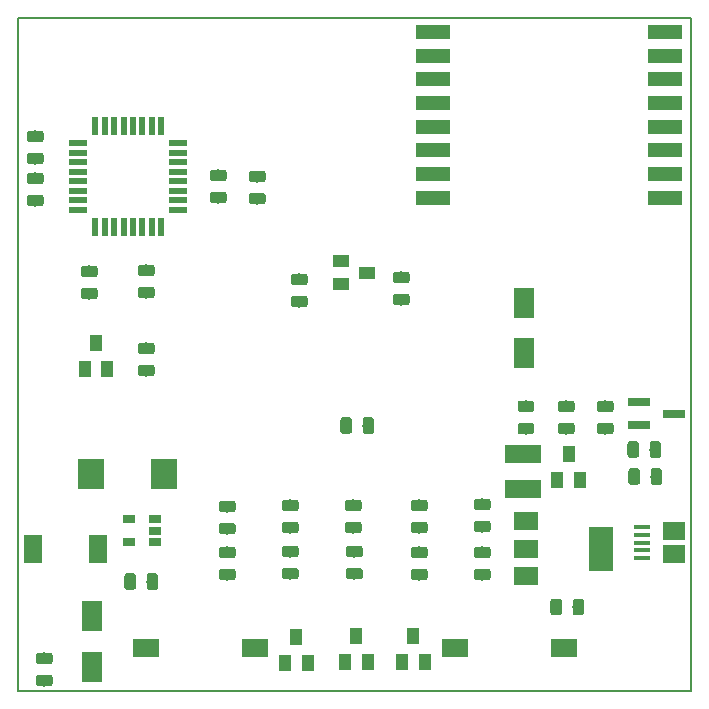
<source format=gbr>
%TF.GenerationSoftware,KiCad,Pcbnew,5.0.2-bee76a0~70~ubuntu18.04.1*%
%TF.CreationDate,2019-07-17T23:27:23+02:00*%
%TF.ProjectId,BT-Pcb-328P,42542d50-6362-42d3-9332-38502e6b6963,1.0*%
%TF.SameCoordinates,Original*%
%TF.FileFunction,Paste,Top*%
%TF.FilePolarity,Positive*%
%FSLAX46Y46*%
G04 Gerber Fmt 4.6, Leading zero omitted, Abs format (unit mm)*
G04 Created by KiCad (PCBNEW 5.0.2-bee76a0~70~ubuntu18.04.1) date mer 17 lug 2019 23:27:23 CEST*
%MOMM*%
%LPD*%
G01*
G04 APERTURE LIST*
%ADD10C,0.150000*%
%ADD11C,0.975000*%
%ADD12R,1.000000X1.400000*%
%ADD13R,1.750000X2.650000*%
%ADD14R,2.310000X2.520000*%
%ADD15R,2.180000X1.600000*%
%ADD16R,3.020000X1.510000*%
%ADD17R,1.900000X1.500000*%
%ADD18R,1.350000X0.400000*%
%ADD19R,1.400000X1.000000*%
%ADD20R,1.500000X2.400000*%
%ADD21R,1.600000X0.550000*%
%ADD22R,0.550000X1.600000*%
%ADD23R,2.000000X3.800000*%
%ADD24R,2.000000X1.500000*%
%ADD25R,1.060000X0.650000*%
%ADD26R,1.900000X0.800000*%
%ADD27R,3.000000X1.200000*%
G04 APERTURE END LIST*
D10*
X184040000Y-138320000D02*
X184040000Y-81320000D01*
X127040000Y-138320000D02*
X127040000Y-81320000D01*
X127040000Y-138320000D02*
X184040000Y-138320000D01*
X127040000Y-81320000D02*
X184040000Y-81320000D01*
G36*
X172890642Y-130492174D02*
X172914303Y-130495684D01*
X172937507Y-130501496D01*
X172960029Y-130509554D01*
X172981653Y-130519782D01*
X173002170Y-130532079D01*
X173021383Y-130546329D01*
X173039107Y-130562393D01*
X173055171Y-130580117D01*
X173069421Y-130599330D01*
X173081718Y-130619847D01*
X173091946Y-130641471D01*
X173100004Y-130663993D01*
X173105816Y-130687197D01*
X173109326Y-130710858D01*
X173110500Y-130734750D01*
X173110500Y-131647250D01*
X173109326Y-131671142D01*
X173105816Y-131694803D01*
X173100004Y-131718007D01*
X173091946Y-131740529D01*
X173081718Y-131762153D01*
X173069421Y-131782670D01*
X173055171Y-131801883D01*
X173039107Y-131819607D01*
X173021383Y-131835671D01*
X173002170Y-131849921D01*
X172981653Y-131862218D01*
X172960029Y-131872446D01*
X172937507Y-131880504D01*
X172914303Y-131886316D01*
X172890642Y-131889826D01*
X172866750Y-131891000D01*
X172379250Y-131891000D01*
X172355358Y-131889826D01*
X172331697Y-131886316D01*
X172308493Y-131880504D01*
X172285971Y-131872446D01*
X172264347Y-131862218D01*
X172243830Y-131849921D01*
X172224617Y-131835671D01*
X172206893Y-131819607D01*
X172190829Y-131801883D01*
X172176579Y-131782670D01*
X172164282Y-131762153D01*
X172154054Y-131740529D01*
X172145996Y-131718007D01*
X172140184Y-131694803D01*
X172136674Y-131671142D01*
X172135500Y-131647250D01*
X172135500Y-130734750D01*
X172136674Y-130710858D01*
X172140184Y-130687197D01*
X172145996Y-130663993D01*
X172154054Y-130641471D01*
X172164282Y-130619847D01*
X172176579Y-130599330D01*
X172190829Y-130580117D01*
X172206893Y-130562393D01*
X172224617Y-130546329D01*
X172243830Y-130532079D01*
X172264347Y-130519782D01*
X172285971Y-130509554D01*
X172308493Y-130501496D01*
X172331697Y-130495684D01*
X172355358Y-130492174D01*
X172379250Y-130491000D01*
X172866750Y-130491000D01*
X172890642Y-130492174D01*
X172890642Y-130492174D01*
G37*
D11*
X172623000Y-131191000D03*
D10*
G36*
X174765642Y-130492174D02*
X174789303Y-130495684D01*
X174812507Y-130501496D01*
X174835029Y-130509554D01*
X174856653Y-130519782D01*
X174877170Y-130532079D01*
X174896383Y-130546329D01*
X174914107Y-130562393D01*
X174930171Y-130580117D01*
X174944421Y-130599330D01*
X174956718Y-130619847D01*
X174966946Y-130641471D01*
X174975004Y-130663993D01*
X174980816Y-130687197D01*
X174984326Y-130710858D01*
X174985500Y-130734750D01*
X174985500Y-131647250D01*
X174984326Y-131671142D01*
X174980816Y-131694803D01*
X174975004Y-131718007D01*
X174966946Y-131740529D01*
X174956718Y-131762153D01*
X174944421Y-131782670D01*
X174930171Y-131801883D01*
X174914107Y-131819607D01*
X174896383Y-131835671D01*
X174877170Y-131849921D01*
X174856653Y-131862218D01*
X174835029Y-131872446D01*
X174812507Y-131880504D01*
X174789303Y-131886316D01*
X174765642Y-131889826D01*
X174741750Y-131891000D01*
X174254250Y-131891000D01*
X174230358Y-131889826D01*
X174206697Y-131886316D01*
X174183493Y-131880504D01*
X174160971Y-131872446D01*
X174139347Y-131862218D01*
X174118830Y-131849921D01*
X174099617Y-131835671D01*
X174081893Y-131819607D01*
X174065829Y-131801883D01*
X174051579Y-131782670D01*
X174039282Y-131762153D01*
X174029054Y-131740529D01*
X174020996Y-131718007D01*
X174015184Y-131694803D01*
X174011674Y-131671142D01*
X174010500Y-131647250D01*
X174010500Y-130734750D01*
X174011674Y-130710858D01*
X174015184Y-130687197D01*
X174020996Y-130663993D01*
X174029054Y-130641471D01*
X174039282Y-130619847D01*
X174051579Y-130599330D01*
X174065829Y-130580117D01*
X174081893Y-130562393D01*
X174099617Y-130546329D01*
X174118830Y-130532079D01*
X174139347Y-130519782D01*
X174160971Y-130509554D01*
X174183493Y-130501496D01*
X174206697Y-130495684D01*
X174230358Y-130492174D01*
X174254250Y-130491000D01*
X174741750Y-130491000D01*
X174765642Y-130492174D01*
X174765642Y-130492174D01*
G37*
D11*
X174498000Y-131191000D03*
D12*
X133670000Y-108798000D03*
X134620000Y-110998000D03*
X132720000Y-110998000D03*
D10*
G36*
X138402142Y-108812174D02*
X138425803Y-108815684D01*
X138449007Y-108821496D01*
X138471529Y-108829554D01*
X138493153Y-108839782D01*
X138513670Y-108852079D01*
X138532883Y-108866329D01*
X138550607Y-108882393D01*
X138566671Y-108900117D01*
X138580921Y-108919330D01*
X138593218Y-108939847D01*
X138603446Y-108961471D01*
X138611504Y-108983993D01*
X138617316Y-109007197D01*
X138620826Y-109030858D01*
X138622000Y-109054750D01*
X138622000Y-109542250D01*
X138620826Y-109566142D01*
X138617316Y-109589803D01*
X138611504Y-109613007D01*
X138603446Y-109635529D01*
X138593218Y-109657153D01*
X138580921Y-109677670D01*
X138566671Y-109696883D01*
X138550607Y-109714607D01*
X138532883Y-109730671D01*
X138513670Y-109744921D01*
X138493153Y-109757218D01*
X138471529Y-109767446D01*
X138449007Y-109775504D01*
X138425803Y-109781316D01*
X138402142Y-109784826D01*
X138378250Y-109786000D01*
X137465750Y-109786000D01*
X137441858Y-109784826D01*
X137418197Y-109781316D01*
X137394993Y-109775504D01*
X137372471Y-109767446D01*
X137350847Y-109757218D01*
X137330330Y-109744921D01*
X137311117Y-109730671D01*
X137293393Y-109714607D01*
X137277329Y-109696883D01*
X137263079Y-109677670D01*
X137250782Y-109657153D01*
X137240554Y-109635529D01*
X137232496Y-109613007D01*
X137226684Y-109589803D01*
X137223174Y-109566142D01*
X137222000Y-109542250D01*
X137222000Y-109054750D01*
X137223174Y-109030858D01*
X137226684Y-109007197D01*
X137232496Y-108983993D01*
X137240554Y-108961471D01*
X137250782Y-108939847D01*
X137263079Y-108919330D01*
X137277329Y-108900117D01*
X137293393Y-108882393D01*
X137311117Y-108866329D01*
X137330330Y-108852079D01*
X137350847Y-108839782D01*
X137372471Y-108829554D01*
X137394993Y-108821496D01*
X137418197Y-108815684D01*
X137441858Y-108812174D01*
X137465750Y-108811000D01*
X138378250Y-108811000D01*
X138402142Y-108812174D01*
X138402142Y-108812174D01*
G37*
D11*
X137922000Y-109298500D03*
D10*
G36*
X138402142Y-110687174D02*
X138425803Y-110690684D01*
X138449007Y-110696496D01*
X138471529Y-110704554D01*
X138493153Y-110714782D01*
X138513670Y-110727079D01*
X138532883Y-110741329D01*
X138550607Y-110757393D01*
X138566671Y-110775117D01*
X138580921Y-110794330D01*
X138593218Y-110814847D01*
X138603446Y-110836471D01*
X138611504Y-110858993D01*
X138617316Y-110882197D01*
X138620826Y-110905858D01*
X138622000Y-110929750D01*
X138622000Y-111417250D01*
X138620826Y-111441142D01*
X138617316Y-111464803D01*
X138611504Y-111488007D01*
X138603446Y-111510529D01*
X138593218Y-111532153D01*
X138580921Y-111552670D01*
X138566671Y-111571883D01*
X138550607Y-111589607D01*
X138532883Y-111605671D01*
X138513670Y-111619921D01*
X138493153Y-111632218D01*
X138471529Y-111642446D01*
X138449007Y-111650504D01*
X138425803Y-111656316D01*
X138402142Y-111659826D01*
X138378250Y-111661000D01*
X137465750Y-111661000D01*
X137441858Y-111659826D01*
X137418197Y-111656316D01*
X137394993Y-111650504D01*
X137372471Y-111642446D01*
X137350847Y-111632218D01*
X137330330Y-111619921D01*
X137311117Y-111605671D01*
X137293393Y-111589607D01*
X137277329Y-111571883D01*
X137263079Y-111552670D01*
X137250782Y-111532153D01*
X137240554Y-111510529D01*
X137232496Y-111488007D01*
X137226684Y-111464803D01*
X137223174Y-111441142D01*
X137222000Y-111417250D01*
X137222000Y-110929750D01*
X137223174Y-110905858D01*
X137226684Y-110882197D01*
X137232496Y-110858993D01*
X137240554Y-110836471D01*
X137250782Y-110814847D01*
X137263079Y-110794330D01*
X137277329Y-110775117D01*
X137293393Y-110757393D01*
X137311117Y-110741329D01*
X137330330Y-110727079D01*
X137350847Y-110714782D01*
X137372471Y-110704554D01*
X137394993Y-110696496D01*
X137418197Y-110690684D01*
X137441858Y-110687174D01*
X137465750Y-110686000D01*
X138378250Y-110686000D01*
X138402142Y-110687174D01*
X138402142Y-110687174D01*
G37*
D11*
X137922000Y-111173500D03*
D10*
G36*
X129004142Y-90856674D02*
X129027803Y-90860184D01*
X129051007Y-90865996D01*
X129073529Y-90874054D01*
X129095153Y-90884282D01*
X129115670Y-90896579D01*
X129134883Y-90910829D01*
X129152607Y-90926893D01*
X129168671Y-90944617D01*
X129182921Y-90963830D01*
X129195218Y-90984347D01*
X129205446Y-91005971D01*
X129213504Y-91028493D01*
X129219316Y-91051697D01*
X129222826Y-91075358D01*
X129224000Y-91099250D01*
X129224000Y-91586750D01*
X129222826Y-91610642D01*
X129219316Y-91634303D01*
X129213504Y-91657507D01*
X129205446Y-91680029D01*
X129195218Y-91701653D01*
X129182921Y-91722170D01*
X129168671Y-91741383D01*
X129152607Y-91759107D01*
X129134883Y-91775171D01*
X129115670Y-91789421D01*
X129095153Y-91801718D01*
X129073529Y-91811946D01*
X129051007Y-91820004D01*
X129027803Y-91825816D01*
X129004142Y-91829326D01*
X128980250Y-91830500D01*
X128067750Y-91830500D01*
X128043858Y-91829326D01*
X128020197Y-91825816D01*
X127996993Y-91820004D01*
X127974471Y-91811946D01*
X127952847Y-91801718D01*
X127932330Y-91789421D01*
X127913117Y-91775171D01*
X127895393Y-91759107D01*
X127879329Y-91741383D01*
X127865079Y-91722170D01*
X127852782Y-91701653D01*
X127842554Y-91680029D01*
X127834496Y-91657507D01*
X127828684Y-91634303D01*
X127825174Y-91610642D01*
X127824000Y-91586750D01*
X127824000Y-91099250D01*
X127825174Y-91075358D01*
X127828684Y-91051697D01*
X127834496Y-91028493D01*
X127842554Y-91005971D01*
X127852782Y-90984347D01*
X127865079Y-90963830D01*
X127879329Y-90944617D01*
X127895393Y-90926893D01*
X127913117Y-90910829D01*
X127932330Y-90896579D01*
X127952847Y-90884282D01*
X127974471Y-90874054D01*
X127996993Y-90865996D01*
X128020197Y-90860184D01*
X128043858Y-90856674D01*
X128067750Y-90855500D01*
X128980250Y-90855500D01*
X129004142Y-90856674D01*
X129004142Y-90856674D01*
G37*
D11*
X128524000Y-91343000D03*
D10*
G36*
X129004142Y-92731674D02*
X129027803Y-92735184D01*
X129051007Y-92740996D01*
X129073529Y-92749054D01*
X129095153Y-92759282D01*
X129115670Y-92771579D01*
X129134883Y-92785829D01*
X129152607Y-92801893D01*
X129168671Y-92819617D01*
X129182921Y-92838830D01*
X129195218Y-92859347D01*
X129205446Y-92880971D01*
X129213504Y-92903493D01*
X129219316Y-92926697D01*
X129222826Y-92950358D01*
X129224000Y-92974250D01*
X129224000Y-93461750D01*
X129222826Y-93485642D01*
X129219316Y-93509303D01*
X129213504Y-93532507D01*
X129205446Y-93555029D01*
X129195218Y-93576653D01*
X129182921Y-93597170D01*
X129168671Y-93616383D01*
X129152607Y-93634107D01*
X129134883Y-93650171D01*
X129115670Y-93664421D01*
X129095153Y-93676718D01*
X129073529Y-93686946D01*
X129051007Y-93695004D01*
X129027803Y-93700816D01*
X129004142Y-93704326D01*
X128980250Y-93705500D01*
X128067750Y-93705500D01*
X128043858Y-93704326D01*
X128020197Y-93700816D01*
X127996993Y-93695004D01*
X127974471Y-93686946D01*
X127952847Y-93676718D01*
X127932330Y-93664421D01*
X127913117Y-93650171D01*
X127895393Y-93634107D01*
X127879329Y-93616383D01*
X127865079Y-93597170D01*
X127852782Y-93576653D01*
X127842554Y-93555029D01*
X127834496Y-93532507D01*
X127828684Y-93509303D01*
X127825174Y-93485642D01*
X127824000Y-93461750D01*
X127824000Y-92974250D01*
X127825174Y-92950358D01*
X127828684Y-92926697D01*
X127834496Y-92903493D01*
X127842554Y-92880971D01*
X127852782Y-92859347D01*
X127865079Y-92838830D01*
X127879329Y-92819617D01*
X127895393Y-92801893D01*
X127913117Y-92785829D01*
X127932330Y-92771579D01*
X127952847Y-92759282D01*
X127974471Y-92749054D01*
X127996993Y-92740996D01*
X128020197Y-92735184D01*
X128043858Y-92731674D01*
X128067750Y-92730500D01*
X128980250Y-92730500D01*
X129004142Y-92731674D01*
X129004142Y-92731674D01*
G37*
D11*
X128524000Y-93218000D03*
D13*
X133350000Y-131962000D03*
X133350000Y-136262000D03*
X169926000Y-109710000D03*
X169926000Y-105410000D03*
D14*
X139446000Y-119888000D03*
X133246000Y-119888000D03*
D15*
X147094000Y-134620000D03*
X137894000Y-134620000D03*
X173256000Y-134620000D03*
X164056000Y-134620000D03*
D16*
X169799000Y-118258000D03*
X169799000Y-121158000D03*
D10*
G36*
X179416142Y-117157174D02*
X179439803Y-117160684D01*
X179463007Y-117166496D01*
X179485529Y-117174554D01*
X179507153Y-117184782D01*
X179527670Y-117197079D01*
X179546883Y-117211329D01*
X179564607Y-117227393D01*
X179580671Y-117245117D01*
X179594921Y-117264330D01*
X179607218Y-117284847D01*
X179617446Y-117306471D01*
X179625504Y-117328993D01*
X179631316Y-117352197D01*
X179634826Y-117375858D01*
X179636000Y-117399750D01*
X179636000Y-118312250D01*
X179634826Y-118336142D01*
X179631316Y-118359803D01*
X179625504Y-118383007D01*
X179617446Y-118405529D01*
X179607218Y-118427153D01*
X179594921Y-118447670D01*
X179580671Y-118466883D01*
X179564607Y-118484607D01*
X179546883Y-118500671D01*
X179527670Y-118514921D01*
X179507153Y-118527218D01*
X179485529Y-118537446D01*
X179463007Y-118545504D01*
X179439803Y-118551316D01*
X179416142Y-118554826D01*
X179392250Y-118556000D01*
X178904750Y-118556000D01*
X178880858Y-118554826D01*
X178857197Y-118551316D01*
X178833993Y-118545504D01*
X178811471Y-118537446D01*
X178789847Y-118527218D01*
X178769330Y-118514921D01*
X178750117Y-118500671D01*
X178732393Y-118484607D01*
X178716329Y-118466883D01*
X178702079Y-118447670D01*
X178689782Y-118427153D01*
X178679554Y-118405529D01*
X178671496Y-118383007D01*
X178665684Y-118359803D01*
X178662174Y-118336142D01*
X178661000Y-118312250D01*
X178661000Y-117399750D01*
X178662174Y-117375858D01*
X178665684Y-117352197D01*
X178671496Y-117328993D01*
X178679554Y-117306471D01*
X178689782Y-117284847D01*
X178702079Y-117264330D01*
X178716329Y-117245117D01*
X178732393Y-117227393D01*
X178750117Y-117211329D01*
X178769330Y-117197079D01*
X178789847Y-117184782D01*
X178811471Y-117174554D01*
X178833993Y-117166496D01*
X178857197Y-117160684D01*
X178880858Y-117157174D01*
X178904750Y-117156000D01*
X179392250Y-117156000D01*
X179416142Y-117157174D01*
X179416142Y-117157174D01*
G37*
D11*
X179148500Y-117856000D03*
D10*
G36*
X181291142Y-117157174D02*
X181314803Y-117160684D01*
X181338007Y-117166496D01*
X181360529Y-117174554D01*
X181382153Y-117184782D01*
X181402670Y-117197079D01*
X181421883Y-117211329D01*
X181439607Y-117227393D01*
X181455671Y-117245117D01*
X181469921Y-117264330D01*
X181482218Y-117284847D01*
X181492446Y-117306471D01*
X181500504Y-117328993D01*
X181506316Y-117352197D01*
X181509826Y-117375858D01*
X181511000Y-117399750D01*
X181511000Y-118312250D01*
X181509826Y-118336142D01*
X181506316Y-118359803D01*
X181500504Y-118383007D01*
X181492446Y-118405529D01*
X181482218Y-118427153D01*
X181469921Y-118447670D01*
X181455671Y-118466883D01*
X181439607Y-118484607D01*
X181421883Y-118500671D01*
X181402670Y-118514921D01*
X181382153Y-118527218D01*
X181360529Y-118537446D01*
X181338007Y-118545504D01*
X181314803Y-118551316D01*
X181291142Y-118554826D01*
X181267250Y-118556000D01*
X180779750Y-118556000D01*
X180755858Y-118554826D01*
X180732197Y-118551316D01*
X180708993Y-118545504D01*
X180686471Y-118537446D01*
X180664847Y-118527218D01*
X180644330Y-118514921D01*
X180625117Y-118500671D01*
X180607393Y-118484607D01*
X180591329Y-118466883D01*
X180577079Y-118447670D01*
X180564782Y-118427153D01*
X180554554Y-118405529D01*
X180546496Y-118383007D01*
X180540684Y-118359803D01*
X180537174Y-118336142D01*
X180536000Y-118312250D01*
X180536000Y-117399750D01*
X180537174Y-117375858D01*
X180540684Y-117352197D01*
X180546496Y-117328993D01*
X180554554Y-117306471D01*
X180564782Y-117284847D01*
X180577079Y-117264330D01*
X180591329Y-117245117D01*
X180607393Y-117227393D01*
X180625117Y-117211329D01*
X180644330Y-117197079D01*
X180664847Y-117184782D01*
X180686471Y-117174554D01*
X180708993Y-117166496D01*
X180732197Y-117160684D01*
X180755858Y-117157174D01*
X180779750Y-117156000D01*
X181267250Y-117156000D01*
X181291142Y-117157174D01*
X181291142Y-117157174D01*
G37*
D11*
X181023500Y-117856000D03*
D10*
G36*
X129766142Y-136927674D02*
X129789803Y-136931184D01*
X129813007Y-136936996D01*
X129835529Y-136945054D01*
X129857153Y-136955282D01*
X129877670Y-136967579D01*
X129896883Y-136981829D01*
X129914607Y-136997893D01*
X129930671Y-137015617D01*
X129944921Y-137034830D01*
X129957218Y-137055347D01*
X129967446Y-137076971D01*
X129975504Y-137099493D01*
X129981316Y-137122697D01*
X129984826Y-137146358D01*
X129986000Y-137170250D01*
X129986000Y-137657750D01*
X129984826Y-137681642D01*
X129981316Y-137705303D01*
X129975504Y-137728507D01*
X129967446Y-137751029D01*
X129957218Y-137772653D01*
X129944921Y-137793170D01*
X129930671Y-137812383D01*
X129914607Y-137830107D01*
X129896883Y-137846171D01*
X129877670Y-137860421D01*
X129857153Y-137872718D01*
X129835529Y-137882946D01*
X129813007Y-137891004D01*
X129789803Y-137896816D01*
X129766142Y-137900326D01*
X129742250Y-137901500D01*
X128829750Y-137901500D01*
X128805858Y-137900326D01*
X128782197Y-137896816D01*
X128758993Y-137891004D01*
X128736471Y-137882946D01*
X128714847Y-137872718D01*
X128694330Y-137860421D01*
X128675117Y-137846171D01*
X128657393Y-137830107D01*
X128641329Y-137812383D01*
X128627079Y-137793170D01*
X128614782Y-137772653D01*
X128604554Y-137751029D01*
X128596496Y-137728507D01*
X128590684Y-137705303D01*
X128587174Y-137681642D01*
X128586000Y-137657750D01*
X128586000Y-137170250D01*
X128587174Y-137146358D01*
X128590684Y-137122697D01*
X128596496Y-137099493D01*
X128604554Y-137076971D01*
X128614782Y-137055347D01*
X128627079Y-137034830D01*
X128641329Y-137015617D01*
X128657393Y-136997893D01*
X128675117Y-136981829D01*
X128694330Y-136967579D01*
X128714847Y-136955282D01*
X128736471Y-136945054D01*
X128758993Y-136936996D01*
X128782197Y-136931184D01*
X128805858Y-136927674D01*
X128829750Y-136926500D01*
X129742250Y-136926500D01*
X129766142Y-136927674D01*
X129766142Y-136927674D01*
G37*
D11*
X129286000Y-137414000D03*
D10*
G36*
X129766142Y-135052674D02*
X129789803Y-135056184D01*
X129813007Y-135061996D01*
X129835529Y-135070054D01*
X129857153Y-135080282D01*
X129877670Y-135092579D01*
X129896883Y-135106829D01*
X129914607Y-135122893D01*
X129930671Y-135140617D01*
X129944921Y-135159830D01*
X129957218Y-135180347D01*
X129967446Y-135201971D01*
X129975504Y-135224493D01*
X129981316Y-135247697D01*
X129984826Y-135271358D01*
X129986000Y-135295250D01*
X129986000Y-135782750D01*
X129984826Y-135806642D01*
X129981316Y-135830303D01*
X129975504Y-135853507D01*
X129967446Y-135876029D01*
X129957218Y-135897653D01*
X129944921Y-135918170D01*
X129930671Y-135937383D01*
X129914607Y-135955107D01*
X129896883Y-135971171D01*
X129877670Y-135985421D01*
X129857153Y-135997718D01*
X129835529Y-136007946D01*
X129813007Y-136016004D01*
X129789803Y-136021816D01*
X129766142Y-136025326D01*
X129742250Y-136026500D01*
X128829750Y-136026500D01*
X128805858Y-136025326D01*
X128782197Y-136021816D01*
X128758993Y-136016004D01*
X128736471Y-136007946D01*
X128714847Y-135997718D01*
X128694330Y-135985421D01*
X128675117Y-135971171D01*
X128657393Y-135955107D01*
X128641329Y-135937383D01*
X128627079Y-135918170D01*
X128614782Y-135897653D01*
X128604554Y-135876029D01*
X128596496Y-135853507D01*
X128590684Y-135830303D01*
X128587174Y-135806642D01*
X128586000Y-135782750D01*
X128586000Y-135295250D01*
X128587174Y-135271358D01*
X128590684Y-135247697D01*
X128596496Y-135224493D01*
X128604554Y-135201971D01*
X128614782Y-135180347D01*
X128627079Y-135159830D01*
X128641329Y-135140617D01*
X128657393Y-135122893D01*
X128675117Y-135106829D01*
X128694330Y-135092579D01*
X128714847Y-135080282D01*
X128736471Y-135070054D01*
X128758993Y-135061996D01*
X128782197Y-135056184D01*
X128805858Y-135052674D01*
X128829750Y-135051500D01*
X129742250Y-135051500D01*
X129766142Y-135052674D01*
X129766142Y-135052674D01*
G37*
D11*
X129286000Y-135539000D03*
D10*
G36*
X156985642Y-115125174D02*
X157009303Y-115128684D01*
X157032507Y-115134496D01*
X157055029Y-115142554D01*
X157076653Y-115152782D01*
X157097170Y-115165079D01*
X157116383Y-115179329D01*
X157134107Y-115195393D01*
X157150171Y-115213117D01*
X157164421Y-115232330D01*
X157176718Y-115252847D01*
X157186946Y-115274471D01*
X157195004Y-115296993D01*
X157200816Y-115320197D01*
X157204326Y-115343858D01*
X157205500Y-115367750D01*
X157205500Y-116280250D01*
X157204326Y-116304142D01*
X157200816Y-116327803D01*
X157195004Y-116351007D01*
X157186946Y-116373529D01*
X157176718Y-116395153D01*
X157164421Y-116415670D01*
X157150171Y-116434883D01*
X157134107Y-116452607D01*
X157116383Y-116468671D01*
X157097170Y-116482921D01*
X157076653Y-116495218D01*
X157055029Y-116505446D01*
X157032507Y-116513504D01*
X157009303Y-116519316D01*
X156985642Y-116522826D01*
X156961750Y-116524000D01*
X156474250Y-116524000D01*
X156450358Y-116522826D01*
X156426697Y-116519316D01*
X156403493Y-116513504D01*
X156380971Y-116505446D01*
X156359347Y-116495218D01*
X156338830Y-116482921D01*
X156319617Y-116468671D01*
X156301893Y-116452607D01*
X156285829Y-116434883D01*
X156271579Y-116415670D01*
X156259282Y-116395153D01*
X156249054Y-116373529D01*
X156240996Y-116351007D01*
X156235184Y-116327803D01*
X156231674Y-116304142D01*
X156230500Y-116280250D01*
X156230500Y-115367750D01*
X156231674Y-115343858D01*
X156235184Y-115320197D01*
X156240996Y-115296993D01*
X156249054Y-115274471D01*
X156259282Y-115252847D01*
X156271579Y-115232330D01*
X156285829Y-115213117D01*
X156301893Y-115195393D01*
X156319617Y-115179329D01*
X156338830Y-115165079D01*
X156359347Y-115152782D01*
X156380971Y-115142554D01*
X156403493Y-115134496D01*
X156426697Y-115128684D01*
X156450358Y-115125174D01*
X156474250Y-115124000D01*
X156961750Y-115124000D01*
X156985642Y-115125174D01*
X156985642Y-115125174D01*
G37*
D11*
X156718000Y-115824000D03*
D10*
G36*
X155110642Y-115125174D02*
X155134303Y-115128684D01*
X155157507Y-115134496D01*
X155180029Y-115142554D01*
X155201653Y-115152782D01*
X155222170Y-115165079D01*
X155241383Y-115179329D01*
X155259107Y-115195393D01*
X155275171Y-115213117D01*
X155289421Y-115232330D01*
X155301718Y-115252847D01*
X155311946Y-115274471D01*
X155320004Y-115296993D01*
X155325816Y-115320197D01*
X155329326Y-115343858D01*
X155330500Y-115367750D01*
X155330500Y-116280250D01*
X155329326Y-116304142D01*
X155325816Y-116327803D01*
X155320004Y-116351007D01*
X155311946Y-116373529D01*
X155301718Y-116395153D01*
X155289421Y-116415670D01*
X155275171Y-116434883D01*
X155259107Y-116452607D01*
X155241383Y-116468671D01*
X155222170Y-116482921D01*
X155201653Y-116495218D01*
X155180029Y-116505446D01*
X155157507Y-116513504D01*
X155134303Y-116519316D01*
X155110642Y-116522826D01*
X155086750Y-116524000D01*
X154599250Y-116524000D01*
X154575358Y-116522826D01*
X154551697Y-116519316D01*
X154528493Y-116513504D01*
X154505971Y-116505446D01*
X154484347Y-116495218D01*
X154463830Y-116482921D01*
X154444617Y-116468671D01*
X154426893Y-116452607D01*
X154410829Y-116434883D01*
X154396579Y-116415670D01*
X154384282Y-116395153D01*
X154374054Y-116373529D01*
X154365996Y-116351007D01*
X154360184Y-116327803D01*
X154356674Y-116304142D01*
X154355500Y-116280250D01*
X154355500Y-115367750D01*
X154356674Y-115343858D01*
X154360184Y-115320197D01*
X154365996Y-115296993D01*
X154374054Y-115274471D01*
X154384282Y-115252847D01*
X154396579Y-115232330D01*
X154410829Y-115213117D01*
X154426893Y-115195393D01*
X154444617Y-115179329D01*
X154463830Y-115165079D01*
X154484347Y-115152782D01*
X154505971Y-115142554D01*
X154528493Y-115134496D01*
X154551697Y-115128684D01*
X154575358Y-115125174D01*
X154599250Y-115124000D01*
X155086750Y-115124000D01*
X155110642Y-115125174D01*
X155110642Y-115125174D01*
G37*
D11*
X154843000Y-115824000D03*
D10*
G36*
X133576142Y-104161674D02*
X133599803Y-104165184D01*
X133623007Y-104170996D01*
X133645529Y-104179054D01*
X133667153Y-104189282D01*
X133687670Y-104201579D01*
X133706883Y-104215829D01*
X133724607Y-104231893D01*
X133740671Y-104249617D01*
X133754921Y-104268830D01*
X133767218Y-104289347D01*
X133777446Y-104310971D01*
X133785504Y-104333493D01*
X133791316Y-104356697D01*
X133794826Y-104380358D01*
X133796000Y-104404250D01*
X133796000Y-104891750D01*
X133794826Y-104915642D01*
X133791316Y-104939303D01*
X133785504Y-104962507D01*
X133777446Y-104985029D01*
X133767218Y-105006653D01*
X133754921Y-105027170D01*
X133740671Y-105046383D01*
X133724607Y-105064107D01*
X133706883Y-105080171D01*
X133687670Y-105094421D01*
X133667153Y-105106718D01*
X133645529Y-105116946D01*
X133623007Y-105125004D01*
X133599803Y-105130816D01*
X133576142Y-105134326D01*
X133552250Y-105135500D01*
X132639750Y-105135500D01*
X132615858Y-105134326D01*
X132592197Y-105130816D01*
X132568993Y-105125004D01*
X132546471Y-105116946D01*
X132524847Y-105106718D01*
X132504330Y-105094421D01*
X132485117Y-105080171D01*
X132467393Y-105064107D01*
X132451329Y-105046383D01*
X132437079Y-105027170D01*
X132424782Y-105006653D01*
X132414554Y-104985029D01*
X132406496Y-104962507D01*
X132400684Y-104939303D01*
X132397174Y-104915642D01*
X132396000Y-104891750D01*
X132396000Y-104404250D01*
X132397174Y-104380358D01*
X132400684Y-104356697D01*
X132406496Y-104333493D01*
X132414554Y-104310971D01*
X132424782Y-104289347D01*
X132437079Y-104268830D01*
X132451329Y-104249617D01*
X132467393Y-104231893D01*
X132485117Y-104215829D01*
X132504330Y-104201579D01*
X132524847Y-104189282D01*
X132546471Y-104179054D01*
X132568993Y-104170996D01*
X132592197Y-104165184D01*
X132615858Y-104161674D01*
X132639750Y-104160500D01*
X133552250Y-104160500D01*
X133576142Y-104161674D01*
X133576142Y-104161674D01*
G37*
D11*
X133096000Y-104648000D03*
D10*
G36*
X133576142Y-102286674D02*
X133599803Y-102290184D01*
X133623007Y-102295996D01*
X133645529Y-102304054D01*
X133667153Y-102314282D01*
X133687670Y-102326579D01*
X133706883Y-102340829D01*
X133724607Y-102356893D01*
X133740671Y-102374617D01*
X133754921Y-102393830D01*
X133767218Y-102414347D01*
X133777446Y-102435971D01*
X133785504Y-102458493D01*
X133791316Y-102481697D01*
X133794826Y-102505358D01*
X133796000Y-102529250D01*
X133796000Y-103016750D01*
X133794826Y-103040642D01*
X133791316Y-103064303D01*
X133785504Y-103087507D01*
X133777446Y-103110029D01*
X133767218Y-103131653D01*
X133754921Y-103152170D01*
X133740671Y-103171383D01*
X133724607Y-103189107D01*
X133706883Y-103205171D01*
X133687670Y-103219421D01*
X133667153Y-103231718D01*
X133645529Y-103241946D01*
X133623007Y-103250004D01*
X133599803Y-103255816D01*
X133576142Y-103259326D01*
X133552250Y-103260500D01*
X132639750Y-103260500D01*
X132615858Y-103259326D01*
X132592197Y-103255816D01*
X132568993Y-103250004D01*
X132546471Y-103241946D01*
X132524847Y-103231718D01*
X132504330Y-103219421D01*
X132485117Y-103205171D01*
X132467393Y-103189107D01*
X132451329Y-103171383D01*
X132437079Y-103152170D01*
X132424782Y-103131653D01*
X132414554Y-103110029D01*
X132406496Y-103087507D01*
X132400684Y-103064303D01*
X132397174Y-103040642D01*
X132396000Y-103016750D01*
X132396000Y-102529250D01*
X132397174Y-102505358D01*
X132400684Y-102481697D01*
X132406496Y-102458493D01*
X132414554Y-102435971D01*
X132424782Y-102414347D01*
X132437079Y-102393830D01*
X132451329Y-102374617D01*
X132467393Y-102356893D01*
X132485117Y-102340829D01*
X132504330Y-102326579D01*
X132524847Y-102314282D01*
X132546471Y-102304054D01*
X132568993Y-102295996D01*
X132592197Y-102290184D01*
X132615858Y-102286674D01*
X132639750Y-102285500D01*
X133552250Y-102285500D01*
X133576142Y-102286674D01*
X133576142Y-102286674D01*
G37*
D11*
X133096000Y-102773000D03*
D10*
G36*
X144498142Y-96033674D02*
X144521803Y-96037184D01*
X144545007Y-96042996D01*
X144567529Y-96051054D01*
X144589153Y-96061282D01*
X144609670Y-96073579D01*
X144628883Y-96087829D01*
X144646607Y-96103893D01*
X144662671Y-96121617D01*
X144676921Y-96140830D01*
X144689218Y-96161347D01*
X144699446Y-96182971D01*
X144707504Y-96205493D01*
X144713316Y-96228697D01*
X144716826Y-96252358D01*
X144718000Y-96276250D01*
X144718000Y-96763750D01*
X144716826Y-96787642D01*
X144713316Y-96811303D01*
X144707504Y-96834507D01*
X144699446Y-96857029D01*
X144689218Y-96878653D01*
X144676921Y-96899170D01*
X144662671Y-96918383D01*
X144646607Y-96936107D01*
X144628883Y-96952171D01*
X144609670Y-96966421D01*
X144589153Y-96978718D01*
X144567529Y-96988946D01*
X144545007Y-96997004D01*
X144521803Y-97002816D01*
X144498142Y-97006326D01*
X144474250Y-97007500D01*
X143561750Y-97007500D01*
X143537858Y-97006326D01*
X143514197Y-97002816D01*
X143490993Y-96997004D01*
X143468471Y-96988946D01*
X143446847Y-96978718D01*
X143426330Y-96966421D01*
X143407117Y-96952171D01*
X143389393Y-96936107D01*
X143373329Y-96918383D01*
X143359079Y-96899170D01*
X143346782Y-96878653D01*
X143336554Y-96857029D01*
X143328496Y-96834507D01*
X143322684Y-96811303D01*
X143319174Y-96787642D01*
X143318000Y-96763750D01*
X143318000Y-96276250D01*
X143319174Y-96252358D01*
X143322684Y-96228697D01*
X143328496Y-96205493D01*
X143336554Y-96182971D01*
X143346782Y-96161347D01*
X143359079Y-96140830D01*
X143373329Y-96121617D01*
X143389393Y-96103893D01*
X143407117Y-96087829D01*
X143426330Y-96073579D01*
X143446847Y-96061282D01*
X143468471Y-96051054D01*
X143490993Y-96042996D01*
X143514197Y-96037184D01*
X143537858Y-96033674D01*
X143561750Y-96032500D01*
X144474250Y-96032500D01*
X144498142Y-96033674D01*
X144498142Y-96033674D01*
G37*
D11*
X144018000Y-96520000D03*
D10*
G36*
X144498142Y-94158674D02*
X144521803Y-94162184D01*
X144545007Y-94167996D01*
X144567529Y-94176054D01*
X144589153Y-94186282D01*
X144609670Y-94198579D01*
X144628883Y-94212829D01*
X144646607Y-94228893D01*
X144662671Y-94246617D01*
X144676921Y-94265830D01*
X144689218Y-94286347D01*
X144699446Y-94307971D01*
X144707504Y-94330493D01*
X144713316Y-94353697D01*
X144716826Y-94377358D01*
X144718000Y-94401250D01*
X144718000Y-94888750D01*
X144716826Y-94912642D01*
X144713316Y-94936303D01*
X144707504Y-94959507D01*
X144699446Y-94982029D01*
X144689218Y-95003653D01*
X144676921Y-95024170D01*
X144662671Y-95043383D01*
X144646607Y-95061107D01*
X144628883Y-95077171D01*
X144609670Y-95091421D01*
X144589153Y-95103718D01*
X144567529Y-95113946D01*
X144545007Y-95122004D01*
X144521803Y-95127816D01*
X144498142Y-95131326D01*
X144474250Y-95132500D01*
X143561750Y-95132500D01*
X143537858Y-95131326D01*
X143514197Y-95127816D01*
X143490993Y-95122004D01*
X143468471Y-95113946D01*
X143446847Y-95103718D01*
X143426330Y-95091421D01*
X143407117Y-95077171D01*
X143389393Y-95061107D01*
X143373329Y-95043383D01*
X143359079Y-95024170D01*
X143346782Y-95003653D01*
X143336554Y-94982029D01*
X143328496Y-94959507D01*
X143322684Y-94936303D01*
X143319174Y-94912642D01*
X143318000Y-94888750D01*
X143318000Y-94401250D01*
X143319174Y-94377358D01*
X143322684Y-94353697D01*
X143328496Y-94330493D01*
X143336554Y-94307971D01*
X143346782Y-94286347D01*
X143359079Y-94265830D01*
X143373329Y-94246617D01*
X143389393Y-94228893D01*
X143407117Y-94212829D01*
X143426330Y-94198579D01*
X143446847Y-94186282D01*
X143468471Y-94176054D01*
X143490993Y-94167996D01*
X143514197Y-94162184D01*
X143537858Y-94158674D01*
X143561750Y-94157500D01*
X144474250Y-94157500D01*
X144498142Y-94158674D01*
X144498142Y-94158674D01*
G37*
D11*
X144018000Y-94645000D03*
D10*
G36*
X129004142Y-94412674D02*
X129027803Y-94416184D01*
X129051007Y-94421996D01*
X129073529Y-94430054D01*
X129095153Y-94440282D01*
X129115670Y-94452579D01*
X129134883Y-94466829D01*
X129152607Y-94482893D01*
X129168671Y-94500617D01*
X129182921Y-94519830D01*
X129195218Y-94540347D01*
X129205446Y-94561971D01*
X129213504Y-94584493D01*
X129219316Y-94607697D01*
X129222826Y-94631358D01*
X129224000Y-94655250D01*
X129224000Y-95142750D01*
X129222826Y-95166642D01*
X129219316Y-95190303D01*
X129213504Y-95213507D01*
X129205446Y-95236029D01*
X129195218Y-95257653D01*
X129182921Y-95278170D01*
X129168671Y-95297383D01*
X129152607Y-95315107D01*
X129134883Y-95331171D01*
X129115670Y-95345421D01*
X129095153Y-95357718D01*
X129073529Y-95367946D01*
X129051007Y-95376004D01*
X129027803Y-95381816D01*
X129004142Y-95385326D01*
X128980250Y-95386500D01*
X128067750Y-95386500D01*
X128043858Y-95385326D01*
X128020197Y-95381816D01*
X127996993Y-95376004D01*
X127974471Y-95367946D01*
X127952847Y-95357718D01*
X127932330Y-95345421D01*
X127913117Y-95331171D01*
X127895393Y-95315107D01*
X127879329Y-95297383D01*
X127865079Y-95278170D01*
X127852782Y-95257653D01*
X127842554Y-95236029D01*
X127834496Y-95213507D01*
X127828684Y-95190303D01*
X127825174Y-95166642D01*
X127824000Y-95142750D01*
X127824000Y-94655250D01*
X127825174Y-94631358D01*
X127828684Y-94607697D01*
X127834496Y-94584493D01*
X127842554Y-94561971D01*
X127852782Y-94540347D01*
X127865079Y-94519830D01*
X127879329Y-94500617D01*
X127895393Y-94482893D01*
X127913117Y-94466829D01*
X127932330Y-94452579D01*
X127952847Y-94440282D01*
X127974471Y-94430054D01*
X127996993Y-94421996D01*
X128020197Y-94416184D01*
X128043858Y-94412674D01*
X128067750Y-94411500D01*
X128980250Y-94411500D01*
X129004142Y-94412674D01*
X129004142Y-94412674D01*
G37*
D11*
X128524000Y-94899000D03*
D10*
G36*
X129004142Y-96287674D02*
X129027803Y-96291184D01*
X129051007Y-96296996D01*
X129073529Y-96305054D01*
X129095153Y-96315282D01*
X129115670Y-96327579D01*
X129134883Y-96341829D01*
X129152607Y-96357893D01*
X129168671Y-96375617D01*
X129182921Y-96394830D01*
X129195218Y-96415347D01*
X129205446Y-96436971D01*
X129213504Y-96459493D01*
X129219316Y-96482697D01*
X129222826Y-96506358D01*
X129224000Y-96530250D01*
X129224000Y-97017750D01*
X129222826Y-97041642D01*
X129219316Y-97065303D01*
X129213504Y-97088507D01*
X129205446Y-97111029D01*
X129195218Y-97132653D01*
X129182921Y-97153170D01*
X129168671Y-97172383D01*
X129152607Y-97190107D01*
X129134883Y-97206171D01*
X129115670Y-97220421D01*
X129095153Y-97232718D01*
X129073529Y-97242946D01*
X129051007Y-97251004D01*
X129027803Y-97256816D01*
X129004142Y-97260326D01*
X128980250Y-97261500D01*
X128067750Y-97261500D01*
X128043858Y-97260326D01*
X128020197Y-97256816D01*
X127996993Y-97251004D01*
X127974471Y-97242946D01*
X127952847Y-97232718D01*
X127932330Y-97220421D01*
X127913117Y-97206171D01*
X127895393Y-97190107D01*
X127879329Y-97172383D01*
X127865079Y-97153170D01*
X127852782Y-97132653D01*
X127842554Y-97111029D01*
X127834496Y-97088507D01*
X127828684Y-97065303D01*
X127825174Y-97041642D01*
X127824000Y-97017750D01*
X127824000Y-96530250D01*
X127825174Y-96506358D01*
X127828684Y-96482697D01*
X127834496Y-96459493D01*
X127842554Y-96436971D01*
X127852782Y-96415347D01*
X127865079Y-96394830D01*
X127879329Y-96375617D01*
X127895393Y-96357893D01*
X127913117Y-96341829D01*
X127932330Y-96327579D01*
X127952847Y-96315282D01*
X127974471Y-96305054D01*
X127996993Y-96296996D01*
X128020197Y-96291184D01*
X128043858Y-96287674D01*
X128067750Y-96286500D01*
X128980250Y-96286500D01*
X129004142Y-96287674D01*
X129004142Y-96287674D01*
G37*
D11*
X128524000Y-96774000D03*
D10*
G36*
X147800142Y-94255674D02*
X147823803Y-94259184D01*
X147847007Y-94264996D01*
X147869529Y-94273054D01*
X147891153Y-94283282D01*
X147911670Y-94295579D01*
X147930883Y-94309829D01*
X147948607Y-94325893D01*
X147964671Y-94343617D01*
X147978921Y-94362830D01*
X147991218Y-94383347D01*
X148001446Y-94404971D01*
X148009504Y-94427493D01*
X148015316Y-94450697D01*
X148018826Y-94474358D01*
X148020000Y-94498250D01*
X148020000Y-94985750D01*
X148018826Y-95009642D01*
X148015316Y-95033303D01*
X148009504Y-95056507D01*
X148001446Y-95079029D01*
X147991218Y-95100653D01*
X147978921Y-95121170D01*
X147964671Y-95140383D01*
X147948607Y-95158107D01*
X147930883Y-95174171D01*
X147911670Y-95188421D01*
X147891153Y-95200718D01*
X147869529Y-95210946D01*
X147847007Y-95219004D01*
X147823803Y-95224816D01*
X147800142Y-95228326D01*
X147776250Y-95229500D01*
X146863750Y-95229500D01*
X146839858Y-95228326D01*
X146816197Y-95224816D01*
X146792993Y-95219004D01*
X146770471Y-95210946D01*
X146748847Y-95200718D01*
X146728330Y-95188421D01*
X146709117Y-95174171D01*
X146691393Y-95158107D01*
X146675329Y-95140383D01*
X146661079Y-95121170D01*
X146648782Y-95100653D01*
X146638554Y-95079029D01*
X146630496Y-95056507D01*
X146624684Y-95033303D01*
X146621174Y-95009642D01*
X146620000Y-94985750D01*
X146620000Y-94498250D01*
X146621174Y-94474358D01*
X146624684Y-94450697D01*
X146630496Y-94427493D01*
X146638554Y-94404971D01*
X146648782Y-94383347D01*
X146661079Y-94362830D01*
X146675329Y-94343617D01*
X146691393Y-94325893D01*
X146709117Y-94309829D01*
X146728330Y-94295579D01*
X146748847Y-94283282D01*
X146770471Y-94273054D01*
X146792993Y-94264996D01*
X146816197Y-94259184D01*
X146839858Y-94255674D01*
X146863750Y-94254500D01*
X147776250Y-94254500D01*
X147800142Y-94255674D01*
X147800142Y-94255674D01*
G37*
D11*
X147320000Y-94742000D03*
D10*
G36*
X147800142Y-96130674D02*
X147823803Y-96134184D01*
X147847007Y-96139996D01*
X147869529Y-96148054D01*
X147891153Y-96158282D01*
X147911670Y-96170579D01*
X147930883Y-96184829D01*
X147948607Y-96200893D01*
X147964671Y-96218617D01*
X147978921Y-96237830D01*
X147991218Y-96258347D01*
X148001446Y-96279971D01*
X148009504Y-96302493D01*
X148015316Y-96325697D01*
X148018826Y-96349358D01*
X148020000Y-96373250D01*
X148020000Y-96860750D01*
X148018826Y-96884642D01*
X148015316Y-96908303D01*
X148009504Y-96931507D01*
X148001446Y-96954029D01*
X147991218Y-96975653D01*
X147978921Y-96996170D01*
X147964671Y-97015383D01*
X147948607Y-97033107D01*
X147930883Y-97049171D01*
X147911670Y-97063421D01*
X147891153Y-97075718D01*
X147869529Y-97085946D01*
X147847007Y-97094004D01*
X147823803Y-97099816D01*
X147800142Y-97103326D01*
X147776250Y-97104500D01*
X146863750Y-97104500D01*
X146839858Y-97103326D01*
X146816197Y-97099816D01*
X146792993Y-97094004D01*
X146770471Y-97085946D01*
X146748847Y-97075718D01*
X146728330Y-97063421D01*
X146709117Y-97049171D01*
X146691393Y-97033107D01*
X146675329Y-97015383D01*
X146661079Y-96996170D01*
X146648782Y-96975653D01*
X146638554Y-96954029D01*
X146630496Y-96931507D01*
X146624684Y-96908303D01*
X146621174Y-96884642D01*
X146620000Y-96860750D01*
X146620000Y-96373250D01*
X146621174Y-96349358D01*
X146624684Y-96325697D01*
X146630496Y-96302493D01*
X146638554Y-96279971D01*
X146648782Y-96258347D01*
X146661079Y-96237830D01*
X146675329Y-96218617D01*
X146691393Y-96200893D01*
X146709117Y-96184829D01*
X146728330Y-96170579D01*
X146748847Y-96158282D01*
X146770471Y-96148054D01*
X146792993Y-96139996D01*
X146816197Y-96134184D01*
X146839858Y-96130674D01*
X146863750Y-96129500D01*
X147776250Y-96129500D01*
X147800142Y-96130674D01*
X147800142Y-96130674D01*
G37*
D11*
X147320000Y-96617000D03*
D10*
G36*
X177264142Y-115591674D02*
X177287803Y-115595184D01*
X177311007Y-115600996D01*
X177333529Y-115609054D01*
X177355153Y-115619282D01*
X177375670Y-115631579D01*
X177394883Y-115645829D01*
X177412607Y-115661893D01*
X177428671Y-115679617D01*
X177442921Y-115698830D01*
X177455218Y-115719347D01*
X177465446Y-115740971D01*
X177473504Y-115763493D01*
X177479316Y-115786697D01*
X177482826Y-115810358D01*
X177484000Y-115834250D01*
X177484000Y-116321750D01*
X177482826Y-116345642D01*
X177479316Y-116369303D01*
X177473504Y-116392507D01*
X177465446Y-116415029D01*
X177455218Y-116436653D01*
X177442921Y-116457170D01*
X177428671Y-116476383D01*
X177412607Y-116494107D01*
X177394883Y-116510171D01*
X177375670Y-116524421D01*
X177355153Y-116536718D01*
X177333529Y-116546946D01*
X177311007Y-116555004D01*
X177287803Y-116560816D01*
X177264142Y-116564326D01*
X177240250Y-116565500D01*
X176327750Y-116565500D01*
X176303858Y-116564326D01*
X176280197Y-116560816D01*
X176256993Y-116555004D01*
X176234471Y-116546946D01*
X176212847Y-116536718D01*
X176192330Y-116524421D01*
X176173117Y-116510171D01*
X176155393Y-116494107D01*
X176139329Y-116476383D01*
X176125079Y-116457170D01*
X176112782Y-116436653D01*
X176102554Y-116415029D01*
X176094496Y-116392507D01*
X176088684Y-116369303D01*
X176085174Y-116345642D01*
X176084000Y-116321750D01*
X176084000Y-115834250D01*
X176085174Y-115810358D01*
X176088684Y-115786697D01*
X176094496Y-115763493D01*
X176102554Y-115740971D01*
X176112782Y-115719347D01*
X176125079Y-115698830D01*
X176139329Y-115679617D01*
X176155393Y-115661893D01*
X176173117Y-115645829D01*
X176192330Y-115631579D01*
X176212847Y-115619282D01*
X176234471Y-115609054D01*
X176256993Y-115600996D01*
X176280197Y-115595184D01*
X176303858Y-115591674D01*
X176327750Y-115590500D01*
X177240250Y-115590500D01*
X177264142Y-115591674D01*
X177264142Y-115591674D01*
G37*
D11*
X176784000Y-116078000D03*
D10*
G36*
X177264142Y-113716674D02*
X177287803Y-113720184D01*
X177311007Y-113725996D01*
X177333529Y-113734054D01*
X177355153Y-113744282D01*
X177375670Y-113756579D01*
X177394883Y-113770829D01*
X177412607Y-113786893D01*
X177428671Y-113804617D01*
X177442921Y-113823830D01*
X177455218Y-113844347D01*
X177465446Y-113865971D01*
X177473504Y-113888493D01*
X177479316Y-113911697D01*
X177482826Y-113935358D01*
X177484000Y-113959250D01*
X177484000Y-114446750D01*
X177482826Y-114470642D01*
X177479316Y-114494303D01*
X177473504Y-114517507D01*
X177465446Y-114540029D01*
X177455218Y-114561653D01*
X177442921Y-114582170D01*
X177428671Y-114601383D01*
X177412607Y-114619107D01*
X177394883Y-114635171D01*
X177375670Y-114649421D01*
X177355153Y-114661718D01*
X177333529Y-114671946D01*
X177311007Y-114680004D01*
X177287803Y-114685816D01*
X177264142Y-114689326D01*
X177240250Y-114690500D01*
X176327750Y-114690500D01*
X176303858Y-114689326D01*
X176280197Y-114685816D01*
X176256993Y-114680004D01*
X176234471Y-114671946D01*
X176212847Y-114661718D01*
X176192330Y-114649421D01*
X176173117Y-114635171D01*
X176155393Y-114619107D01*
X176139329Y-114601383D01*
X176125079Y-114582170D01*
X176112782Y-114561653D01*
X176102554Y-114540029D01*
X176094496Y-114517507D01*
X176088684Y-114494303D01*
X176085174Y-114470642D01*
X176084000Y-114446750D01*
X176084000Y-113959250D01*
X176085174Y-113935358D01*
X176088684Y-113911697D01*
X176094496Y-113888493D01*
X176102554Y-113865971D01*
X176112782Y-113844347D01*
X176125079Y-113823830D01*
X176139329Y-113804617D01*
X176155393Y-113786893D01*
X176173117Y-113770829D01*
X176192330Y-113756579D01*
X176212847Y-113744282D01*
X176234471Y-113734054D01*
X176256993Y-113725996D01*
X176280197Y-113720184D01*
X176303858Y-113716674D01*
X176327750Y-113715500D01*
X177240250Y-113715500D01*
X177264142Y-113716674D01*
X177264142Y-113716674D01*
G37*
D11*
X176784000Y-114203000D03*
D17*
X182593500Y-124730000D03*
D18*
X179893500Y-126380000D03*
X179893500Y-127030000D03*
X179893500Y-124430000D03*
X179893500Y-125080000D03*
X179893500Y-125730000D03*
D17*
X182593500Y-126730000D03*
D12*
X154752000Y-135804000D03*
X156652000Y-135804000D03*
X155702000Y-133604000D03*
D19*
X156640000Y-102870000D03*
X154440000Y-103820000D03*
X154440000Y-101920000D03*
D12*
X160528000Y-133604000D03*
X161478000Y-135804000D03*
X159578000Y-135804000D03*
X149672000Y-135890000D03*
X151572000Y-135890000D03*
X150622000Y-133690000D03*
X173675000Y-118196000D03*
X174625000Y-120396000D03*
X172725000Y-120396000D03*
D20*
X128314000Y-126238000D03*
X133814000Y-126238000D03*
D10*
G36*
X150594142Y-127880674D02*
X150617803Y-127884184D01*
X150641007Y-127889996D01*
X150663529Y-127898054D01*
X150685153Y-127908282D01*
X150705670Y-127920579D01*
X150724883Y-127934829D01*
X150742607Y-127950893D01*
X150758671Y-127968617D01*
X150772921Y-127987830D01*
X150785218Y-128008347D01*
X150795446Y-128029971D01*
X150803504Y-128052493D01*
X150809316Y-128075697D01*
X150812826Y-128099358D01*
X150814000Y-128123250D01*
X150814000Y-128610750D01*
X150812826Y-128634642D01*
X150809316Y-128658303D01*
X150803504Y-128681507D01*
X150795446Y-128704029D01*
X150785218Y-128725653D01*
X150772921Y-128746170D01*
X150758671Y-128765383D01*
X150742607Y-128783107D01*
X150724883Y-128799171D01*
X150705670Y-128813421D01*
X150685153Y-128825718D01*
X150663529Y-128835946D01*
X150641007Y-128844004D01*
X150617803Y-128849816D01*
X150594142Y-128853326D01*
X150570250Y-128854500D01*
X149657750Y-128854500D01*
X149633858Y-128853326D01*
X149610197Y-128849816D01*
X149586993Y-128844004D01*
X149564471Y-128835946D01*
X149542847Y-128825718D01*
X149522330Y-128813421D01*
X149503117Y-128799171D01*
X149485393Y-128783107D01*
X149469329Y-128765383D01*
X149455079Y-128746170D01*
X149442782Y-128725653D01*
X149432554Y-128704029D01*
X149424496Y-128681507D01*
X149418684Y-128658303D01*
X149415174Y-128634642D01*
X149414000Y-128610750D01*
X149414000Y-128123250D01*
X149415174Y-128099358D01*
X149418684Y-128075697D01*
X149424496Y-128052493D01*
X149432554Y-128029971D01*
X149442782Y-128008347D01*
X149455079Y-127987830D01*
X149469329Y-127968617D01*
X149485393Y-127950893D01*
X149503117Y-127934829D01*
X149522330Y-127920579D01*
X149542847Y-127908282D01*
X149564471Y-127898054D01*
X149586993Y-127889996D01*
X149610197Y-127884184D01*
X149633858Y-127880674D01*
X149657750Y-127879500D01*
X150570250Y-127879500D01*
X150594142Y-127880674D01*
X150594142Y-127880674D01*
G37*
D11*
X150114000Y-128367000D03*
D10*
G36*
X150594142Y-126005674D02*
X150617803Y-126009184D01*
X150641007Y-126014996D01*
X150663529Y-126023054D01*
X150685153Y-126033282D01*
X150705670Y-126045579D01*
X150724883Y-126059829D01*
X150742607Y-126075893D01*
X150758671Y-126093617D01*
X150772921Y-126112830D01*
X150785218Y-126133347D01*
X150795446Y-126154971D01*
X150803504Y-126177493D01*
X150809316Y-126200697D01*
X150812826Y-126224358D01*
X150814000Y-126248250D01*
X150814000Y-126735750D01*
X150812826Y-126759642D01*
X150809316Y-126783303D01*
X150803504Y-126806507D01*
X150795446Y-126829029D01*
X150785218Y-126850653D01*
X150772921Y-126871170D01*
X150758671Y-126890383D01*
X150742607Y-126908107D01*
X150724883Y-126924171D01*
X150705670Y-126938421D01*
X150685153Y-126950718D01*
X150663529Y-126960946D01*
X150641007Y-126969004D01*
X150617803Y-126974816D01*
X150594142Y-126978326D01*
X150570250Y-126979500D01*
X149657750Y-126979500D01*
X149633858Y-126978326D01*
X149610197Y-126974816D01*
X149586993Y-126969004D01*
X149564471Y-126960946D01*
X149542847Y-126950718D01*
X149522330Y-126938421D01*
X149503117Y-126924171D01*
X149485393Y-126908107D01*
X149469329Y-126890383D01*
X149455079Y-126871170D01*
X149442782Y-126850653D01*
X149432554Y-126829029D01*
X149424496Y-126806507D01*
X149418684Y-126783303D01*
X149415174Y-126759642D01*
X149414000Y-126735750D01*
X149414000Y-126248250D01*
X149415174Y-126224358D01*
X149418684Y-126200697D01*
X149424496Y-126177493D01*
X149432554Y-126154971D01*
X149442782Y-126133347D01*
X149455079Y-126112830D01*
X149469329Y-126093617D01*
X149485393Y-126075893D01*
X149503117Y-126059829D01*
X149522330Y-126045579D01*
X149542847Y-126033282D01*
X149564471Y-126023054D01*
X149586993Y-126014996D01*
X149610197Y-126009184D01*
X149633858Y-126005674D01*
X149657750Y-126004500D01*
X150570250Y-126004500D01*
X150594142Y-126005674D01*
X150594142Y-126005674D01*
G37*
D11*
X150114000Y-126492000D03*
D10*
G36*
X161516142Y-126084174D02*
X161539803Y-126087684D01*
X161563007Y-126093496D01*
X161585529Y-126101554D01*
X161607153Y-126111782D01*
X161627670Y-126124079D01*
X161646883Y-126138329D01*
X161664607Y-126154393D01*
X161680671Y-126172117D01*
X161694921Y-126191330D01*
X161707218Y-126211847D01*
X161717446Y-126233471D01*
X161725504Y-126255993D01*
X161731316Y-126279197D01*
X161734826Y-126302858D01*
X161736000Y-126326750D01*
X161736000Y-126814250D01*
X161734826Y-126838142D01*
X161731316Y-126861803D01*
X161725504Y-126885007D01*
X161717446Y-126907529D01*
X161707218Y-126929153D01*
X161694921Y-126949670D01*
X161680671Y-126968883D01*
X161664607Y-126986607D01*
X161646883Y-127002671D01*
X161627670Y-127016921D01*
X161607153Y-127029218D01*
X161585529Y-127039446D01*
X161563007Y-127047504D01*
X161539803Y-127053316D01*
X161516142Y-127056826D01*
X161492250Y-127058000D01*
X160579750Y-127058000D01*
X160555858Y-127056826D01*
X160532197Y-127053316D01*
X160508993Y-127047504D01*
X160486471Y-127039446D01*
X160464847Y-127029218D01*
X160444330Y-127016921D01*
X160425117Y-127002671D01*
X160407393Y-126986607D01*
X160391329Y-126968883D01*
X160377079Y-126949670D01*
X160364782Y-126929153D01*
X160354554Y-126907529D01*
X160346496Y-126885007D01*
X160340684Y-126861803D01*
X160337174Y-126838142D01*
X160336000Y-126814250D01*
X160336000Y-126326750D01*
X160337174Y-126302858D01*
X160340684Y-126279197D01*
X160346496Y-126255993D01*
X160354554Y-126233471D01*
X160364782Y-126211847D01*
X160377079Y-126191330D01*
X160391329Y-126172117D01*
X160407393Y-126154393D01*
X160425117Y-126138329D01*
X160444330Y-126124079D01*
X160464847Y-126111782D01*
X160486471Y-126101554D01*
X160508993Y-126093496D01*
X160532197Y-126087684D01*
X160555858Y-126084174D01*
X160579750Y-126083000D01*
X161492250Y-126083000D01*
X161516142Y-126084174D01*
X161516142Y-126084174D01*
G37*
D11*
X161036000Y-126570500D03*
D10*
G36*
X161516142Y-127959174D02*
X161539803Y-127962684D01*
X161563007Y-127968496D01*
X161585529Y-127976554D01*
X161607153Y-127986782D01*
X161627670Y-127999079D01*
X161646883Y-128013329D01*
X161664607Y-128029393D01*
X161680671Y-128047117D01*
X161694921Y-128066330D01*
X161707218Y-128086847D01*
X161717446Y-128108471D01*
X161725504Y-128130993D01*
X161731316Y-128154197D01*
X161734826Y-128177858D01*
X161736000Y-128201750D01*
X161736000Y-128689250D01*
X161734826Y-128713142D01*
X161731316Y-128736803D01*
X161725504Y-128760007D01*
X161717446Y-128782529D01*
X161707218Y-128804153D01*
X161694921Y-128824670D01*
X161680671Y-128843883D01*
X161664607Y-128861607D01*
X161646883Y-128877671D01*
X161627670Y-128891921D01*
X161607153Y-128904218D01*
X161585529Y-128914446D01*
X161563007Y-128922504D01*
X161539803Y-128928316D01*
X161516142Y-128931826D01*
X161492250Y-128933000D01*
X160579750Y-128933000D01*
X160555858Y-128931826D01*
X160532197Y-128928316D01*
X160508993Y-128922504D01*
X160486471Y-128914446D01*
X160464847Y-128904218D01*
X160444330Y-128891921D01*
X160425117Y-128877671D01*
X160407393Y-128861607D01*
X160391329Y-128843883D01*
X160377079Y-128824670D01*
X160364782Y-128804153D01*
X160354554Y-128782529D01*
X160346496Y-128760007D01*
X160340684Y-128736803D01*
X160337174Y-128713142D01*
X160336000Y-128689250D01*
X160336000Y-128201750D01*
X160337174Y-128177858D01*
X160340684Y-128154197D01*
X160346496Y-128130993D01*
X160354554Y-128108471D01*
X160364782Y-128086847D01*
X160377079Y-128066330D01*
X160391329Y-128047117D01*
X160407393Y-128029393D01*
X160425117Y-128013329D01*
X160444330Y-127999079D01*
X160464847Y-127986782D01*
X160486471Y-127976554D01*
X160508993Y-127968496D01*
X160532197Y-127962684D01*
X160555858Y-127959174D01*
X160579750Y-127958000D01*
X161492250Y-127958000D01*
X161516142Y-127959174D01*
X161516142Y-127959174D01*
G37*
D11*
X161036000Y-128445500D03*
D10*
G36*
X156020142Y-127880674D02*
X156043803Y-127884184D01*
X156067007Y-127889996D01*
X156089529Y-127898054D01*
X156111153Y-127908282D01*
X156131670Y-127920579D01*
X156150883Y-127934829D01*
X156168607Y-127950893D01*
X156184671Y-127968617D01*
X156198921Y-127987830D01*
X156211218Y-128008347D01*
X156221446Y-128029971D01*
X156229504Y-128052493D01*
X156235316Y-128075697D01*
X156238826Y-128099358D01*
X156240000Y-128123250D01*
X156240000Y-128610750D01*
X156238826Y-128634642D01*
X156235316Y-128658303D01*
X156229504Y-128681507D01*
X156221446Y-128704029D01*
X156211218Y-128725653D01*
X156198921Y-128746170D01*
X156184671Y-128765383D01*
X156168607Y-128783107D01*
X156150883Y-128799171D01*
X156131670Y-128813421D01*
X156111153Y-128825718D01*
X156089529Y-128835946D01*
X156067007Y-128844004D01*
X156043803Y-128849816D01*
X156020142Y-128853326D01*
X155996250Y-128854500D01*
X155083750Y-128854500D01*
X155059858Y-128853326D01*
X155036197Y-128849816D01*
X155012993Y-128844004D01*
X154990471Y-128835946D01*
X154968847Y-128825718D01*
X154948330Y-128813421D01*
X154929117Y-128799171D01*
X154911393Y-128783107D01*
X154895329Y-128765383D01*
X154881079Y-128746170D01*
X154868782Y-128725653D01*
X154858554Y-128704029D01*
X154850496Y-128681507D01*
X154844684Y-128658303D01*
X154841174Y-128634642D01*
X154840000Y-128610750D01*
X154840000Y-128123250D01*
X154841174Y-128099358D01*
X154844684Y-128075697D01*
X154850496Y-128052493D01*
X154858554Y-128029971D01*
X154868782Y-128008347D01*
X154881079Y-127987830D01*
X154895329Y-127968617D01*
X154911393Y-127950893D01*
X154929117Y-127934829D01*
X154948330Y-127920579D01*
X154968847Y-127908282D01*
X154990471Y-127898054D01*
X155012993Y-127889996D01*
X155036197Y-127884184D01*
X155059858Y-127880674D01*
X155083750Y-127879500D01*
X155996250Y-127879500D01*
X156020142Y-127880674D01*
X156020142Y-127880674D01*
G37*
D11*
X155540000Y-128367000D03*
D10*
G36*
X156020142Y-126005674D02*
X156043803Y-126009184D01*
X156067007Y-126014996D01*
X156089529Y-126023054D01*
X156111153Y-126033282D01*
X156131670Y-126045579D01*
X156150883Y-126059829D01*
X156168607Y-126075893D01*
X156184671Y-126093617D01*
X156198921Y-126112830D01*
X156211218Y-126133347D01*
X156221446Y-126154971D01*
X156229504Y-126177493D01*
X156235316Y-126200697D01*
X156238826Y-126224358D01*
X156240000Y-126248250D01*
X156240000Y-126735750D01*
X156238826Y-126759642D01*
X156235316Y-126783303D01*
X156229504Y-126806507D01*
X156221446Y-126829029D01*
X156211218Y-126850653D01*
X156198921Y-126871170D01*
X156184671Y-126890383D01*
X156168607Y-126908107D01*
X156150883Y-126924171D01*
X156131670Y-126938421D01*
X156111153Y-126950718D01*
X156089529Y-126960946D01*
X156067007Y-126969004D01*
X156043803Y-126974816D01*
X156020142Y-126978326D01*
X155996250Y-126979500D01*
X155083750Y-126979500D01*
X155059858Y-126978326D01*
X155036197Y-126974816D01*
X155012993Y-126969004D01*
X154990471Y-126960946D01*
X154968847Y-126950718D01*
X154948330Y-126938421D01*
X154929117Y-126924171D01*
X154911393Y-126908107D01*
X154895329Y-126890383D01*
X154881079Y-126871170D01*
X154868782Y-126850653D01*
X154858554Y-126829029D01*
X154850496Y-126806507D01*
X154844684Y-126783303D01*
X154841174Y-126759642D01*
X154840000Y-126735750D01*
X154840000Y-126248250D01*
X154841174Y-126224358D01*
X154844684Y-126200697D01*
X154850496Y-126177493D01*
X154858554Y-126154971D01*
X154868782Y-126133347D01*
X154881079Y-126112830D01*
X154895329Y-126093617D01*
X154911393Y-126075893D01*
X154929117Y-126059829D01*
X154948330Y-126045579D01*
X154968847Y-126033282D01*
X154990471Y-126023054D01*
X155012993Y-126014996D01*
X155036197Y-126009184D01*
X155059858Y-126005674D01*
X155083750Y-126004500D01*
X155996250Y-126004500D01*
X156020142Y-126005674D01*
X156020142Y-126005674D01*
G37*
D11*
X155540000Y-126492000D03*
D10*
G36*
X145260142Y-126084174D02*
X145283803Y-126087684D01*
X145307007Y-126093496D01*
X145329529Y-126101554D01*
X145351153Y-126111782D01*
X145371670Y-126124079D01*
X145390883Y-126138329D01*
X145408607Y-126154393D01*
X145424671Y-126172117D01*
X145438921Y-126191330D01*
X145451218Y-126211847D01*
X145461446Y-126233471D01*
X145469504Y-126255993D01*
X145475316Y-126279197D01*
X145478826Y-126302858D01*
X145480000Y-126326750D01*
X145480000Y-126814250D01*
X145478826Y-126838142D01*
X145475316Y-126861803D01*
X145469504Y-126885007D01*
X145461446Y-126907529D01*
X145451218Y-126929153D01*
X145438921Y-126949670D01*
X145424671Y-126968883D01*
X145408607Y-126986607D01*
X145390883Y-127002671D01*
X145371670Y-127016921D01*
X145351153Y-127029218D01*
X145329529Y-127039446D01*
X145307007Y-127047504D01*
X145283803Y-127053316D01*
X145260142Y-127056826D01*
X145236250Y-127058000D01*
X144323750Y-127058000D01*
X144299858Y-127056826D01*
X144276197Y-127053316D01*
X144252993Y-127047504D01*
X144230471Y-127039446D01*
X144208847Y-127029218D01*
X144188330Y-127016921D01*
X144169117Y-127002671D01*
X144151393Y-126986607D01*
X144135329Y-126968883D01*
X144121079Y-126949670D01*
X144108782Y-126929153D01*
X144098554Y-126907529D01*
X144090496Y-126885007D01*
X144084684Y-126861803D01*
X144081174Y-126838142D01*
X144080000Y-126814250D01*
X144080000Y-126326750D01*
X144081174Y-126302858D01*
X144084684Y-126279197D01*
X144090496Y-126255993D01*
X144098554Y-126233471D01*
X144108782Y-126211847D01*
X144121079Y-126191330D01*
X144135329Y-126172117D01*
X144151393Y-126154393D01*
X144169117Y-126138329D01*
X144188330Y-126124079D01*
X144208847Y-126111782D01*
X144230471Y-126101554D01*
X144252993Y-126093496D01*
X144276197Y-126087684D01*
X144299858Y-126084174D01*
X144323750Y-126083000D01*
X145236250Y-126083000D01*
X145260142Y-126084174D01*
X145260142Y-126084174D01*
G37*
D11*
X144780000Y-126570500D03*
D10*
G36*
X145260142Y-127959174D02*
X145283803Y-127962684D01*
X145307007Y-127968496D01*
X145329529Y-127976554D01*
X145351153Y-127986782D01*
X145371670Y-127999079D01*
X145390883Y-128013329D01*
X145408607Y-128029393D01*
X145424671Y-128047117D01*
X145438921Y-128066330D01*
X145451218Y-128086847D01*
X145461446Y-128108471D01*
X145469504Y-128130993D01*
X145475316Y-128154197D01*
X145478826Y-128177858D01*
X145480000Y-128201750D01*
X145480000Y-128689250D01*
X145478826Y-128713142D01*
X145475316Y-128736803D01*
X145469504Y-128760007D01*
X145461446Y-128782529D01*
X145451218Y-128804153D01*
X145438921Y-128824670D01*
X145424671Y-128843883D01*
X145408607Y-128861607D01*
X145390883Y-128877671D01*
X145371670Y-128891921D01*
X145351153Y-128904218D01*
X145329529Y-128914446D01*
X145307007Y-128922504D01*
X145283803Y-128928316D01*
X145260142Y-128931826D01*
X145236250Y-128933000D01*
X144323750Y-128933000D01*
X144299858Y-128931826D01*
X144276197Y-128928316D01*
X144252993Y-128922504D01*
X144230471Y-128914446D01*
X144208847Y-128904218D01*
X144188330Y-128891921D01*
X144169117Y-128877671D01*
X144151393Y-128861607D01*
X144135329Y-128843883D01*
X144121079Y-128824670D01*
X144108782Y-128804153D01*
X144098554Y-128782529D01*
X144090496Y-128760007D01*
X144084684Y-128736803D01*
X144081174Y-128713142D01*
X144080000Y-128689250D01*
X144080000Y-128201750D01*
X144081174Y-128177858D01*
X144084684Y-128154197D01*
X144090496Y-128130993D01*
X144098554Y-128108471D01*
X144108782Y-128086847D01*
X144121079Y-128066330D01*
X144135329Y-128047117D01*
X144151393Y-128029393D01*
X144169117Y-128013329D01*
X144188330Y-127999079D01*
X144208847Y-127986782D01*
X144230471Y-127976554D01*
X144252993Y-127968496D01*
X144276197Y-127962684D01*
X144299858Y-127959174D01*
X144323750Y-127958000D01*
X145236250Y-127958000D01*
X145260142Y-127959174D01*
X145260142Y-127959174D01*
G37*
D11*
X144780000Y-128445500D03*
D10*
G36*
X166850142Y-127959174D02*
X166873803Y-127962684D01*
X166897007Y-127968496D01*
X166919529Y-127976554D01*
X166941153Y-127986782D01*
X166961670Y-127999079D01*
X166980883Y-128013329D01*
X166998607Y-128029393D01*
X167014671Y-128047117D01*
X167028921Y-128066330D01*
X167041218Y-128086847D01*
X167051446Y-128108471D01*
X167059504Y-128130993D01*
X167065316Y-128154197D01*
X167068826Y-128177858D01*
X167070000Y-128201750D01*
X167070000Y-128689250D01*
X167068826Y-128713142D01*
X167065316Y-128736803D01*
X167059504Y-128760007D01*
X167051446Y-128782529D01*
X167041218Y-128804153D01*
X167028921Y-128824670D01*
X167014671Y-128843883D01*
X166998607Y-128861607D01*
X166980883Y-128877671D01*
X166961670Y-128891921D01*
X166941153Y-128904218D01*
X166919529Y-128914446D01*
X166897007Y-128922504D01*
X166873803Y-128928316D01*
X166850142Y-128931826D01*
X166826250Y-128933000D01*
X165913750Y-128933000D01*
X165889858Y-128931826D01*
X165866197Y-128928316D01*
X165842993Y-128922504D01*
X165820471Y-128914446D01*
X165798847Y-128904218D01*
X165778330Y-128891921D01*
X165759117Y-128877671D01*
X165741393Y-128861607D01*
X165725329Y-128843883D01*
X165711079Y-128824670D01*
X165698782Y-128804153D01*
X165688554Y-128782529D01*
X165680496Y-128760007D01*
X165674684Y-128736803D01*
X165671174Y-128713142D01*
X165670000Y-128689250D01*
X165670000Y-128201750D01*
X165671174Y-128177858D01*
X165674684Y-128154197D01*
X165680496Y-128130993D01*
X165688554Y-128108471D01*
X165698782Y-128086847D01*
X165711079Y-128066330D01*
X165725329Y-128047117D01*
X165741393Y-128029393D01*
X165759117Y-128013329D01*
X165778330Y-127999079D01*
X165798847Y-127986782D01*
X165820471Y-127976554D01*
X165842993Y-127968496D01*
X165866197Y-127962684D01*
X165889858Y-127959174D01*
X165913750Y-127958000D01*
X166826250Y-127958000D01*
X166850142Y-127959174D01*
X166850142Y-127959174D01*
G37*
D11*
X166370000Y-128445500D03*
D10*
G36*
X166850142Y-126084174D02*
X166873803Y-126087684D01*
X166897007Y-126093496D01*
X166919529Y-126101554D01*
X166941153Y-126111782D01*
X166961670Y-126124079D01*
X166980883Y-126138329D01*
X166998607Y-126154393D01*
X167014671Y-126172117D01*
X167028921Y-126191330D01*
X167041218Y-126211847D01*
X167051446Y-126233471D01*
X167059504Y-126255993D01*
X167065316Y-126279197D01*
X167068826Y-126302858D01*
X167070000Y-126326750D01*
X167070000Y-126814250D01*
X167068826Y-126838142D01*
X167065316Y-126861803D01*
X167059504Y-126885007D01*
X167051446Y-126907529D01*
X167041218Y-126929153D01*
X167028921Y-126949670D01*
X167014671Y-126968883D01*
X166998607Y-126986607D01*
X166980883Y-127002671D01*
X166961670Y-127016921D01*
X166941153Y-127029218D01*
X166919529Y-127039446D01*
X166897007Y-127047504D01*
X166873803Y-127053316D01*
X166850142Y-127056826D01*
X166826250Y-127058000D01*
X165913750Y-127058000D01*
X165889858Y-127056826D01*
X165866197Y-127053316D01*
X165842993Y-127047504D01*
X165820471Y-127039446D01*
X165798847Y-127029218D01*
X165778330Y-127016921D01*
X165759117Y-127002671D01*
X165741393Y-126986607D01*
X165725329Y-126968883D01*
X165711079Y-126949670D01*
X165698782Y-126929153D01*
X165688554Y-126907529D01*
X165680496Y-126885007D01*
X165674684Y-126861803D01*
X165671174Y-126838142D01*
X165670000Y-126814250D01*
X165670000Y-126326750D01*
X165671174Y-126302858D01*
X165674684Y-126279197D01*
X165680496Y-126255993D01*
X165688554Y-126233471D01*
X165698782Y-126211847D01*
X165711079Y-126191330D01*
X165725329Y-126172117D01*
X165741393Y-126154393D01*
X165759117Y-126138329D01*
X165778330Y-126124079D01*
X165798847Y-126111782D01*
X165820471Y-126101554D01*
X165842993Y-126093496D01*
X165866197Y-126087684D01*
X165889858Y-126084174D01*
X165913750Y-126083000D01*
X166826250Y-126083000D01*
X166850142Y-126084174D01*
X166850142Y-126084174D01*
G37*
D11*
X166370000Y-126570500D03*
D21*
X132148000Y-91942000D03*
X132148000Y-92742000D03*
X132148000Y-93542000D03*
X132148000Y-94342000D03*
X132148000Y-95142000D03*
X132148000Y-95942000D03*
X132148000Y-96742000D03*
X132148000Y-97542000D03*
D22*
X133598000Y-98992000D03*
X134398000Y-98992000D03*
X135198000Y-98992000D03*
X135998000Y-98992000D03*
X136798000Y-98992000D03*
X137598000Y-98992000D03*
X138398000Y-98992000D03*
X139198000Y-98992000D03*
D21*
X140648000Y-97542000D03*
X140648000Y-96742000D03*
X140648000Y-95942000D03*
X140648000Y-95142000D03*
X140648000Y-94342000D03*
X140648000Y-93542000D03*
X140648000Y-92742000D03*
X140648000Y-91942000D03*
D22*
X139198000Y-90492000D03*
X138398000Y-90492000D03*
X137598000Y-90492000D03*
X136798000Y-90492000D03*
X135998000Y-90492000D03*
X135198000Y-90492000D03*
X134398000Y-90492000D03*
X133598000Y-90492000D03*
D23*
X176378000Y-126238000D03*
D24*
X170078000Y-126238000D03*
X170078000Y-128538000D03*
X170078000Y-123938000D03*
D25*
X138684000Y-125664000D03*
X138684000Y-124714000D03*
X138684000Y-123764000D03*
X136484000Y-123764000D03*
X136484000Y-125664000D03*
D26*
X179602000Y-113858000D03*
X179602000Y-115758000D03*
X182602000Y-114808000D03*
D10*
G36*
X161516142Y-123973674D02*
X161539803Y-123977184D01*
X161563007Y-123982996D01*
X161585529Y-123991054D01*
X161607153Y-124001282D01*
X161627670Y-124013579D01*
X161646883Y-124027829D01*
X161664607Y-124043893D01*
X161680671Y-124061617D01*
X161694921Y-124080830D01*
X161707218Y-124101347D01*
X161717446Y-124122971D01*
X161725504Y-124145493D01*
X161731316Y-124168697D01*
X161734826Y-124192358D01*
X161736000Y-124216250D01*
X161736000Y-124703750D01*
X161734826Y-124727642D01*
X161731316Y-124751303D01*
X161725504Y-124774507D01*
X161717446Y-124797029D01*
X161707218Y-124818653D01*
X161694921Y-124839170D01*
X161680671Y-124858383D01*
X161664607Y-124876107D01*
X161646883Y-124892171D01*
X161627670Y-124906421D01*
X161607153Y-124918718D01*
X161585529Y-124928946D01*
X161563007Y-124937004D01*
X161539803Y-124942816D01*
X161516142Y-124946326D01*
X161492250Y-124947500D01*
X160579750Y-124947500D01*
X160555858Y-124946326D01*
X160532197Y-124942816D01*
X160508993Y-124937004D01*
X160486471Y-124928946D01*
X160464847Y-124918718D01*
X160444330Y-124906421D01*
X160425117Y-124892171D01*
X160407393Y-124876107D01*
X160391329Y-124858383D01*
X160377079Y-124839170D01*
X160364782Y-124818653D01*
X160354554Y-124797029D01*
X160346496Y-124774507D01*
X160340684Y-124751303D01*
X160337174Y-124727642D01*
X160336000Y-124703750D01*
X160336000Y-124216250D01*
X160337174Y-124192358D01*
X160340684Y-124168697D01*
X160346496Y-124145493D01*
X160354554Y-124122971D01*
X160364782Y-124101347D01*
X160377079Y-124080830D01*
X160391329Y-124061617D01*
X160407393Y-124043893D01*
X160425117Y-124027829D01*
X160444330Y-124013579D01*
X160464847Y-124001282D01*
X160486471Y-123991054D01*
X160508993Y-123982996D01*
X160532197Y-123977184D01*
X160555858Y-123973674D01*
X160579750Y-123972500D01*
X161492250Y-123972500D01*
X161516142Y-123973674D01*
X161516142Y-123973674D01*
G37*
D11*
X161036000Y-124460000D03*
D10*
G36*
X161516142Y-122098674D02*
X161539803Y-122102184D01*
X161563007Y-122107996D01*
X161585529Y-122116054D01*
X161607153Y-122126282D01*
X161627670Y-122138579D01*
X161646883Y-122152829D01*
X161664607Y-122168893D01*
X161680671Y-122186617D01*
X161694921Y-122205830D01*
X161707218Y-122226347D01*
X161717446Y-122247971D01*
X161725504Y-122270493D01*
X161731316Y-122293697D01*
X161734826Y-122317358D01*
X161736000Y-122341250D01*
X161736000Y-122828750D01*
X161734826Y-122852642D01*
X161731316Y-122876303D01*
X161725504Y-122899507D01*
X161717446Y-122922029D01*
X161707218Y-122943653D01*
X161694921Y-122964170D01*
X161680671Y-122983383D01*
X161664607Y-123001107D01*
X161646883Y-123017171D01*
X161627670Y-123031421D01*
X161607153Y-123043718D01*
X161585529Y-123053946D01*
X161563007Y-123062004D01*
X161539803Y-123067816D01*
X161516142Y-123071326D01*
X161492250Y-123072500D01*
X160579750Y-123072500D01*
X160555858Y-123071326D01*
X160532197Y-123067816D01*
X160508993Y-123062004D01*
X160486471Y-123053946D01*
X160464847Y-123043718D01*
X160444330Y-123031421D01*
X160425117Y-123017171D01*
X160407393Y-123001107D01*
X160391329Y-122983383D01*
X160377079Y-122964170D01*
X160364782Y-122943653D01*
X160354554Y-122922029D01*
X160346496Y-122899507D01*
X160340684Y-122876303D01*
X160337174Y-122852642D01*
X160336000Y-122828750D01*
X160336000Y-122341250D01*
X160337174Y-122317358D01*
X160340684Y-122293697D01*
X160346496Y-122270493D01*
X160354554Y-122247971D01*
X160364782Y-122226347D01*
X160377079Y-122205830D01*
X160391329Y-122186617D01*
X160407393Y-122168893D01*
X160425117Y-122152829D01*
X160444330Y-122138579D01*
X160464847Y-122126282D01*
X160486471Y-122116054D01*
X160508993Y-122107996D01*
X160532197Y-122102184D01*
X160555858Y-122098674D01*
X160579750Y-122097500D01*
X161492250Y-122097500D01*
X161516142Y-122098674D01*
X161516142Y-122098674D01*
G37*
D11*
X161036000Y-122585000D03*
D10*
G36*
X151356142Y-104845174D02*
X151379803Y-104848684D01*
X151403007Y-104854496D01*
X151425529Y-104862554D01*
X151447153Y-104872782D01*
X151467670Y-104885079D01*
X151486883Y-104899329D01*
X151504607Y-104915393D01*
X151520671Y-104933117D01*
X151534921Y-104952330D01*
X151547218Y-104972847D01*
X151557446Y-104994471D01*
X151565504Y-105016993D01*
X151571316Y-105040197D01*
X151574826Y-105063858D01*
X151576000Y-105087750D01*
X151576000Y-105575250D01*
X151574826Y-105599142D01*
X151571316Y-105622803D01*
X151565504Y-105646007D01*
X151557446Y-105668529D01*
X151547218Y-105690153D01*
X151534921Y-105710670D01*
X151520671Y-105729883D01*
X151504607Y-105747607D01*
X151486883Y-105763671D01*
X151467670Y-105777921D01*
X151447153Y-105790218D01*
X151425529Y-105800446D01*
X151403007Y-105808504D01*
X151379803Y-105814316D01*
X151356142Y-105817826D01*
X151332250Y-105819000D01*
X150419750Y-105819000D01*
X150395858Y-105817826D01*
X150372197Y-105814316D01*
X150348993Y-105808504D01*
X150326471Y-105800446D01*
X150304847Y-105790218D01*
X150284330Y-105777921D01*
X150265117Y-105763671D01*
X150247393Y-105747607D01*
X150231329Y-105729883D01*
X150217079Y-105710670D01*
X150204782Y-105690153D01*
X150194554Y-105668529D01*
X150186496Y-105646007D01*
X150180684Y-105622803D01*
X150177174Y-105599142D01*
X150176000Y-105575250D01*
X150176000Y-105087750D01*
X150177174Y-105063858D01*
X150180684Y-105040197D01*
X150186496Y-105016993D01*
X150194554Y-104994471D01*
X150204782Y-104972847D01*
X150217079Y-104952330D01*
X150231329Y-104933117D01*
X150247393Y-104915393D01*
X150265117Y-104899329D01*
X150284330Y-104885079D01*
X150304847Y-104872782D01*
X150326471Y-104862554D01*
X150348993Y-104854496D01*
X150372197Y-104848684D01*
X150395858Y-104845174D01*
X150419750Y-104844000D01*
X151332250Y-104844000D01*
X151356142Y-104845174D01*
X151356142Y-104845174D01*
G37*
D11*
X150876000Y-105331500D03*
D10*
G36*
X151356142Y-102970174D02*
X151379803Y-102973684D01*
X151403007Y-102979496D01*
X151425529Y-102987554D01*
X151447153Y-102997782D01*
X151467670Y-103010079D01*
X151486883Y-103024329D01*
X151504607Y-103040393D01*
X151520671Y-103058117D01*
X151534921Y-103077330D01*
X151547218Y-103097847D01*
X151557446Y-103119471D01*
X151565504Y-103141993D01*
X151571316Y-103165197D01*
X151574826Y-103188858D01*
X151576000Y-103212750D01*
X151576000Y-103700250D01*
X151574826Y-103724142D01*
X151571316Y-103747803D01*
X151565504Y-103771007D01*
X151557446Y-103793529D01*
X151547218Y-103815153D01*
X151534921Y-103835670D01*
X151520671Y-103854883D01*
X151504607Y-103872607D01*
X151486883Y-103888671D01*
X151467670Y-103902921D01*
X151447153Y-103915218D01*
X151425529Y-103925446D01*
X151403007Y-103933504D01*
X151379803Y-103939316D01*
X151356142Y-103942826D01*
X151332250Y-103944000D01*
X150419750Y-103944000D01*
X150395858Y-103942826D01*
X150372197Y-103939316D01*
X150348993Y-103933504D01*
X150326471Y-103925446D01*
X150304847Y-103915218D01*
X150284330Y-103902921D01*
X150265117Y-103888671D01*
X150247393Y-103872607D01*
X150231329Y-103854883D01*
X150217079Y-103835670D01*
X150204782Y-103815153D01*
X150194554Y-103793529D01*
X150186496Y-103771007D01*
X150180684Y-103747803D01*
X150177174Y-103724142D01*
X150176000Y-103700250D01*
X150176000Y-103212750D01*
X150177174Y-103188858D01*
X150180684Y-103165197D01*
X150186496Y-103141993D01*
X150194554Y-103119471D01*
X150204782Y-103097847D01*
X150217079Y-103077330D01*
X150231329Y-103058117D01*
X150247393Y-103040393D01*
X150265117Y-103024329D01*
X150284330Y-103010079D01*
X150304847Y-102997782D01*
X150326471Y-102987554D01*
X150348993Y-102979496D01*
X150372197Y-102973684D01*
X150395858Y-102970174D01*
X150419750Y-102969000D01*
X151332250Y-102969000D01*
X151356142Y-102970174D01*
X151356142Y-102970174D01*
G37*
D11*
X150876000Y-103456500D03*
D10*
G36*
X138402142Y-104083174D02*
X138425803Y-104086684D01*
X138449007Y-104092496D01*
X138471529Y-104100554D01*
X138493153Y-104110782D01*
X138513670Y-104123079D01*
X138532883Y-104137329D01*
X138550607Y-104153393D01*
X138566671Y-104171117D01*
X138580921Y-104190330D01*
X138593218Y-104210847D01*
X138603446Y-104232471D01*
X138611504Y-104254993D01*
X138617316Y-104278197D01*
X138620826Y-104301858D01*
X138622000Y-104325750D01*
X138622000Y-104813250D01*
X138620826Y-104837142D01*
X138617316Y-104860803D01*
X138611504Y-104884007D01*
X138603446Y-104906529D01*
X138593218Y-104928153D01*
X138580921Y-104948670D01*
X138566671Y-104967883D01*
X138550607Y-104985607D01*
X138532883Y-105001671D01*
X138513670Y-105015921D01*
X138493153Y-105028218D01*
X138471529Y-105038446D01*
X138449007Y-105046504D01*
X138425803Y-105052316D01*
X138402142Y-105055826D01*
X138378250Y-105057000D01*
X137465750Y-105057000D01*
X137441858Y-105055826D01*
X137418197Y-105052316D01*
X137394993Y-105046504D01*
X137372471Y-105038446D01*
X137350847Y-105028218D01*
X137330330Y-105015921D01*
X137311117Y-105001671D01*
X137293393Y-104985607D01*
X137277329Y-104967883D01*
X137263079Y-104948670D01*
X137250782Y-104928153D01*
X137240554Y-104906529D01*
X137232496Y-104884007D01*
X137226684Y-104860803D01*
X137223174Y-104837142D01*
X137222000Y-104813250D01*
X137222000Y-104325750D01*
X137223174Y-104301858D01*
X137226684Y-104278197D01*
X137232496Y-104254993D01*
X137240554Y-104232471D01*
X137250782Y-104210847D01*
X137263079Y-104190330D01*
X137277329Y-104171117D01*
X137293393Y-104153393D01*
X137311117Y-104137329D01*
X137330330Y-104123079D01*
X137350847Y-104110782D01*
X137372471Y-104100554D01*
X137394993Y-104092496D01*
X137418197Y-104086684D01*
X137441858Y-104083174D01*
X137465750Y-104082000D01*
X138378250Y-104082000D01*
X138402142Y-104083174D01*
X138402142Y-104083174D01*
G37*
D11*
X137922000Y-104569500D03*
D10*
G36*
X138402142Y-102208174D02*
X138425803Y-102211684D01*
X138449007Y-102217496D01*
X138471529Y-102225554D01*
X138493153Y-102235782D01*
X138513670Y-102248079D01*
X138532883Y-102262329D01*
X138550607Y-102278393D01*
X138566671Y-102296117D01*
X138580921Y-102315330D01*
X138593218Y-102335847D01*
X138603446Y-102357471D01*
X138611504Y-102379993D01*
X138617316Y-102403197D01*
X138620826Y-102426858D01*
X138622000Y-102450750D01*
X138622000Y-102938250D01*
X138620826Y-102962142D01*
X138617316Y-102985803D01*
X138611504Y-103009007D01*
X138603446Y-103031529D01*
X138593218Y-103053153D01*
X138580921Y-103073670D01*
X138566671Y-103092883D01*
X138550607Y-103110607D01*
X138532883Y-103126671D01*
X138513670Y-103140921D01*
X138493153Y-103153218D01*
X138471529Y-103163446D01*
X138449007Y-103171504D01*
X138425803Y-103177316D01*
X138402142Y-103180826D01*
X138378250Y-103182000D01*
X137465750Y-103182000D01*
X137441858Y-103180826D01*
X137418197Y-103177316D01*
X137394993Y-103171504D01*
X137372471Y-103163446D01*
X137350847Y-103153218D01*
X137330330Y-103140921D01*
X137311117Y-103126671D01*
X137293393Y-103110607D01*
X137277329Y-103092883D01*
X137263079Y-103073670D01*
X137250782Y-103053153D01*
X137240554Y-103031529D01*
X137232496Y-103009007D01*
X137226684Y-102985803D01*
X137223174Y-102962142D01*
X137222000Y-102938250D01*
X137222000Y-102450750D01*
X137223174Y-102426858D01*
X137226684Y-102403197D01*
X137232496Y-102379993D01*
X137240554Y-102357471D01*
X137250782Y-102335847D01*
X137263079Y-102315330D01*
X137277329Y-102296117D01*
X137293393Y-102278393D01*
X137311117Y-102262329D01*
X137330330Y-102248079D01*
X137350847Y-102235782D01*
X137372471Y-102225554D01*
X137394993Y-102217496D01*
X137418197Y-102211684D01*
X137441858Y-102208174D01*
X137465750Y-102207000D01*
X138378250Y-102207000D01*
X138402142Y-102208174D01*
X138402142Y-102208174D01*
G37*
D11*
X137922000Y-102694500D03*
D10*
G36*
X170533142Y-113716674D02*
X170556803Y-113720184D01*
X170580007Y-113725996D01*
X170602529Y-113734054D01*
X170624153Y-113744282D01*
X170644670Y-113756579D01*
X170663883Y-113770829D01*
X170681607Y-113786893D01*
X170697671Y-113804617D01*
X170711921Y-113823830D01*
X170724218Y-113844347D01*
X170734446Y-113865971D01*
X170742504Y-113888493D01*
X170748316Y-113911697D01*
X170751826Y-113935358D01*
X170753000Y-113959250D01*
X170753000Y-114446750D01*
X170751826Y-114470642D01*
X170748316Y-114494303D01*
X170742504Y-114517507D01*
X170734446Y-114540029D01*
X170724218Y-114561653D01*
X170711921Y-114582170D01*
X170697671Y-114601383D01*
X170681607Y-114619107D01*
X170663883Y-114635171D01*
X170644670Y-114649421D01*
X170624153Y-114661718D01*
X170602529Y-114671946D01*
X170580007Y-114680004D01*
X170556803Y-114685816D01*
X170533142Y-114689326D01*
X170509250Y-114690500D01*
X169596750Y-114690500D01*
X169572858Y-114689326D01*
X169549197Y-114685816D01*
X169525993Y-114680004D01*
X169503471Y-114671946D01*
X169481847Y-114661718D01*
X169461330Y-114649421D01*
X169442117Y-114635171D01*
X169424393Y-114619107D01*
X169408329Y-114601383D01*
X169394079Y-114582170D01*
X169381782Y-114561653D01*
X169371554Y-114540029D01*
X169363496Y-114517507D01*
X169357684Y-114494303D01*
X169354174Y-114470642D01*
X169353000Y-114446750D01*
X169353000Y-113959250D01*
X169354174Y-113935358D01*
X169357684Y-113911697D01*
X169363496Y-113888493D01*
X169371554Y-113865971D01*
X169381782Y-113844347D01*
X169394079Y-113823830D01*
X169408329Y-113804617D01*
X169424393Y-113786893D01*
X169442117Y-113770829D01*
X169461330Y-113756579D01*
X169481847Y-113744282D01*
X169503471Y-113734054D01*
X169525993Y-113725996D01*
X169549197Y-113720184D01*
X169572858Y-113716674D01*
X169596750Y-113715500D01*
X170509250Y-113715500D01*
X170533142Y-113716674D01*
X170533142Y-113716674D01*
G37*
D11*
X170053000Y-114203000D03*
D10*
G36*
X170533142Y-115591674D02*
X170556803Y-115595184D01*
X170580007Y-115600996D01*
X170602529Y-115609054D01*
X170624153Y-115619282D01*
X170644670Y-115631579D01*
X170663883Y-115645829D01*
X170681607Y-115661893D01*
X170697671Y-115679617D01*
X170711921Y-115698830D01*
X170724218Y-115719347D01*
X170734446Y-115740971D01*
X170742504Y-115763493D01*
X170748316Y-115786697D01*
X170751826Y-115810358D01*
X170753000Y-115834250D01*
X170753000Y-116321750D01*
X170751826Y-116345642D01*
X170748316Y-116369303D01*
X170742504Y-116392507D01*
X170734446Y-116415029D01*
X170724218Y-116436653D01*
X170711921Y-116457170D01*
X170697671Y-116476383D01*
X170681607Y-116494107D01*
X170663883Y-116510171D01*
X170644670Y-116524421D01*
X170624153Y-116536718D01*
X170602529Y-116546946D01*
X170580007Y-116555004D01*
X170556803Y-116560816D01*
X170533142Y-116564326D01*
X170509250Y-116565500D01*
X169596750Y-116565500D01*
X169572858Y-116564326D01*
X169549197Y-116560816D01*
X169525993Y-116555004D01*
X169503471Y-116546946D01*
X169481847Y-116536718D01*
X169461330Y-116524421D01*
X169442117Y-116510171D01*
X169424393Y-116494107D01*
X169408329Y-116476383D01*
X169394079Y-116457170D01*
X169381782Y-116436653D01*
X169371554Y-116415029D01*
X169363496Y-116392507D01*
X169357684Y-116369303D01*
X169354174Y-116345642D01*
X169353000Y-116321750D01*
X169353000Y-115834250D01*
X169354174Y-115810358D01*
X169357684Y-115786697D01*
X169363496Y-115763493D01*
X169371554Y-115740971D01*
X169381782Y-115719347D01*
X169394079Y-115698830D01*
X169408329Y-115679617D01*
X169424393Y-115661893D01*
X169442117Y-115645829D01*
X169461330Y-115631579D01*
X169481847Y-115619282D01*
X169503471Y-115609054D01*
X169525993Y-115600996D01*
X169549197Y-115595184D01*
X169572858Y-115591674D01*
X169596750Y-115590500D01*
X170509250Y-115590500D01*
X170533142Y-115591674D01*
X170533142Y-115591674D01*
G37*
D11*
X170053000Y-116078000D03*
D10*
G36*
X159992142Y-104669674D02*
X160015803Y-104673184D01*
X160039007Y-104678996D01*
X160061529Y-104687054D01*
X160083153Y-104697282D01*
X160103670Y-104709579D01*
X160122883Y-104723829D01*
X160140607Y-104739893D01*
X160156671Y-104757617D01*
X160170921Y-104776830D01*
X160183218Y-104797347D01*
X160193446Y-104818971D01*
X160201504Y-104841493D01*
X160207316Y-104864697D01*
X160210826Y-104888358D01*
X160212000Y-104912250D01*
X160212000Y-105399750D01*
X160210826Y-105423642D01*
X160207316Y-105447303D01*
X160201504Y-105470507D01*
X160193446Y-105493029D01*
X160183218Y-105514653D01*
X160170921Y-105535170D01*
X160156671Y-105554383D01*
X160140607Y-105572107D01*
X160122883Y-105588171D01*
X160103670Y-105602421D01*
X160083153Y-105614718D01*
X160061529Y-105624946D01*
X160039007Y-105633004D01*
X160015803Y-105638816D01*
X159992142Y-105642326D01*
X159968250Y-105643500D01*
X159055750Y-105643500D01*
X159031858Y-105642326D01*
X159008197Y-105638816D01*
X158984993Y-105633004D01*
X158962471Y-105624946D01*
X158940847Y-105614718D01*
X158920330Y-105602421D01*
X158901117Y-105588171D01*
X158883393Y-105572107D01*
X158867329Y-105554383D01*
X158853079Y-105535170D01*
X158840782Y-105514653D01*
X158830554Y-105493029D01*
X158822496Y-105470507D01*
X158816684Y-105447303D01*
X158813174Y-105423642D01*
X158812000Y-105399750D01*
X158812000Y-104912250D01*
X158813174Y-104888358D01*
X158816684Y-104864697D01*
X158822496Y-104841493D01*
X158830554Y-104818971D01*
X158840782Y-104797347D01*
X158853079Y-104776830D01*
X158867329Y-104757617D01*
X158883393Y-104739893D01*
X158901117Y-104723829D01*
X158920330Y-104709579D01*
X158940847Y-104697282D01*
X158962471Y-104687054D01*
X158984993Y-104678996D01*
X159008197Y-104673184D01*
X159031858Y-104669674D01*
X159055750Y-104668500D01*
X159968250Y-104668500D01*
X159992142Y-104669674D01*
X159992142Y-104669674D01*
G37*
D11*
X159512000Y-105156000D03*
D10*
G36*
X159992142Y-102794674D02*
X160015803Y-102798184D01*
X160039007Y-102803996D01*
X160061529Y-102812054D01*
X160083153Y-102822282D01*
X160103670Y-102834579D01*
X160122883Y-102848829D01*
X160140607Y-102864893D01*
X160156671Y-102882617D01*
X160170921Y-102901830D01*
X160183218Y-102922347D01*
X160193446Y-102943971D01*
X160201504Y-102966493D01*
X160207316Y-102989697D01*
X160210826Y-103013358D01*
X160212000Y-103037250D01*
X160212000Y-103524750D01*
X160210826Y-103548642D01*
X160207316Y-103572303D01*
X160201504Y-103595507D01*
X160193446Y-103618029D01*
X160183218Y-103639653D01*
X160170921Y-103660170D01*
X160156671Y-103679383D01*
X160140607Y-103697107D01*
X160122883Y-103713171D01*
X160103670Y-103727421D01*
X160083153Y-103739718D01*
X160061529Y-103749946D01*
X160039007Y-103758004D01*
X160015803Y-103763816D01*
X159992142Y-103767326D01*
X159968250Y-103768500D01*
X159055750Y-103768500D01*
X159031858Y-103767326D01*
X159008197Y-103763816D01*
X158984993Y-103758004D01*
X158962471Y-103749946D01*
X158940847Y-103739718D01*
X158920330Y-103727421D01*
X158901117Y-103713171D01*
X158883393Y-103697107D01*
X158867329Y-103679383D01*
X158853079Y-103660170D01*
X158840782Y-103639653D01*
X158830554Y-103618029D01*
X158822496Y-103595507D01*
X158816684Y-103572303D01*
X158813174Y-103548642D01*
X158812000Y-103524750D01*
X158812000Y-103037250D01*
X158813174Y-103013358D01*
X158816684Y-102989697D01*
X158822496Y-102966493D01*
X158830554Y-102943971D01*
X158840782Y-102922347D01*
X158853079Y-102901830D01*
X158867329Y-102882617D01*
X158883393Y-102864893D01*
X158901117Y-102848829D01*
X158920330Y-102834579D01*
X158940847Y-102822282D01*
X158962471Y-102812054D01*
X158984993Y-102803996D01*
X159008197Y-102798184D01*
X159031858Y-102794674D01*
X159055750Y-102793500D01*
X159968250Y-102793500D01*
X159992142Y-102794674D01*
X159992142Y-102794674D01*
G37*
D11*
X159512000Y-103281000D03*
D10*
G36*
X173962142Y-113716674D02*
X173985803Y-113720184D01*
X174009007Y-113725996D01*
X174031529Y-113734054D01*
X174053153Y-113744282D01*
X174073670Y-113756579D01*
X174092883Y-113770829D01*
X174110607Y-113786893D01*
X174126671Y-113804617D01*
X174140921Y-113823830D01*
X174153218Y-113844347D01*
X174163446Y-113865971D01*
X174171504Y-113888493D01*
X174177316Y-113911697D01*
X174180826Y-113935358D01*
X174182000Y-113959250D01*
X174182000Y-114446750D01*
X174180826Y-114470642D01*
X174177316Y-114494303D01*
X174171504Y-114517507D01*
X174163446Y-114540029D01*
X174153218Y-114561653D01*
X174140921Y-114582170D01*
X174126671Y-114601383D01*
X174110607Y-114619107D01*
X174092883Y-114635171D01*
X174073670Y-114649421D01*
X174053153Y-114661718D01*
X174031529Y-114671946D01*
X174009007Y-114680004D01*
X173985803Y-114685816D01*
X173962142Y-114689326D01*
X173938250Y-114690500D01*
X173025750Y-114690500D01*
X173001858Y-114689326D01*
X172978197Y-114685816D01*
X172954993Y-114680004D01*
X172932471Y-114671946D01*
X172910847Y-114661718D01*
X172890330Y-114649421D01*
X172871117Y-114635171D01*
X172853393Y-114619107D01*
X172837329Y-114601383D01*
X172823079Y-114582170D01*
X172810782Y-114561653D01*
X172800554Y-114540029D01*
X172792496Y-114517507D01*
X172786684Y-114494303D01*
X172783174Y-114470642D01*
X172782000Y-114446750D01*
X172782000Y-113959250D01*
X172783174Y-113935358D01*
X172786684Y-113911697D01*
X172792496Y-113888493D01*
X172800554Y-113865971D01*
X172810782Y-113844347D01*
X172823079Y-113823830D01*
X172837329Y-113804617D01*
X172853393Y-113786893D01*
X172871117Y-113770829D01*
X172890330Y-113756579D01*
X172910847Y-113744282D01*
X172932471Y-113734054D01*
X172954993Y-113725996D01*
X172978197Y-113720184D01*
X173001858Y-113716674D01*
X173025750Y-113715500D01*
X173938250Y-113715500D01*
X173962142Y-113716674D01*
X173962142Y-113716674D01*
G37*
D11*
X173482000Y-114203000D03*
D10*
G36*
X173962142Y-115591674D02*
X173985803Y-115595184D01*
X174009007Y-115600996D01*
X174031529Y-115609054D01*
X174053153Y-115619282D01*
X174073670Y-115631579D01*
X174092883Y-115645829D01*
X174110607Y-115661893D01*
X174126671Y-115679617D01*
X174140921Y-115698830D01*
X174153218Y-115719347D01*
X174163446Y-115740971D01*
X174171504Y-115763493D01*
X174177316Y-115786697D01*
X174180826Y-115810358D01*
X174182000Y-115834250D01*
X174182000Y-116321750D01*
X174180826Y-116345642D01*
X174177316Y-116369303D01*
X174171504Y-116392507D01*
X174163446Y-116415029D01*
X174153218Y-116436653D01*
X174140921Y-116457170D01*
X174126671Y-116476383D01*
X174110607Y-116494107D01*
X174092883Y-116510171D01*
X174073670Y-116524421D01*
X174053153Y-116536718D01*
X174031529Y-116546946D01*
X174009007Y-116555004D01*
X173985803Y-116560816D01*
X173962142Y-116564326D01*
X173938250Y-116565500D01*
X173025750Y-116565500D01*
X173001858Y-116564326D01*
X172978197Y-116560816D01*
X172954993Y-116555004D01*
X172932471Y-116546946D01*
X172910847Y-116536718D01*
X172890330Y-116524421D01*
X172871117Y-116510171D01*
X172853393Y-116494107D01*
X172837329Y-116476383D01*
X172823079Y-116457170D01*
X172810782Y-116436653D01*
X172800554Y-116415029D01*
X172792496Y-116392507D01*
X172786684Y-116369303D01*
X172783174Y-116345642D01*
X172782000Y-116321750D01*
X172782000Y-115834250D01*
X172783174Y-115810358D01*
X172786684Y-115786697D01*
X172792496Y-115763493D01*
X172800554Y-115740971D01*
X172810782Y-115719347D01*
X172823079Y-115698830D01*
X172837329Y-115679617D01*
X172853393Y-115661893D01*
X172871117Y-115645829D01*
X172890330Y-115631579D01*
X172910847Y-115619282D01*
X172932471Y-115609054D01*
X172954993Y-115600996D01*
X172978197Y-115595184D01*
X173001858Y-115591674D01*
X173025750Y-115590500D01*
X173938250Y-115590500D01*
X173962142Y-115591674D01*
X173962142Y-115591674D01*
G37*
D11*
X173482000Y-116078000D03*
D10*
G36*
X155928142Y-122098674D02*
X155951803Y-122102184D01*
X155975007Y-122107996D01*
X155997529Y-122116054D01*
X156019153Y-122126282D01*
X156039670Y-122138579D01*
X156058883Y-122152829D01*
X156076607Y-122168893D01*
X156092671Y-122186617D01*
X156106921Y-122205830D01*
X156119218Y-122226347D01*
X156129446Y-122247971D01*
X156137504Y-122270493D01*
X156143316Y-122293697D01*
X156146826Y-122317358D01*
X156148000Y-122341250D01*
X156148000Y-122828750D01*
X156146826Y-122852642D01*
X156143316Y-122876303D01*
X156137504Y-122899507D01*
X156129446Y-122922029D01*
X156119218Y-122943653D01*
X156106921Y-122964170D01*
X156092671Y-122983383D01*
X156076607Y-123001107D01*
X156058883Y-123017171D01*
X156039670Y-123031421D01*
X156019153Y-123043718D01*
X155997529Y-123053946D01*
X155975007Y-123062004D01*
X155951803Y-123067816D01*
X155928142Y-123071326D01*
X155904250Y-123072500D01*
X154991750Y-123072500D01*
X154967858Y-123071326D01*
X154944197Y-123067816D01*
X154920993Y-123062004D01*
X154898471Y-123053946D01*
X154876847Y-123043718D01*
X154856330Y-123031421D01*
X154837117Y-123017171D01*
X154819393Y-123001107D01*
X154803329Y-122983383D01*
X154789079Y-122964170D01*
X154776782Y-122943653D01*
X154766554Y-122922029D01*
X154758496Y-122899507D01*
X154752684Y-122876303D01*
X154749174Y-122852642D01*
X154748000Y-122828750D01*
X154748000Y-122341250D01*
X154749174Y-122317358D01*
X154752684Y-122293697D01*
X154758496Y-122270493D01*
X154766554Y-122247971D01*
X154776782Y-122226347D01*
X154789079Y-122205830D01*
X154803329Y-122186617D01*
X154819393Y-122168893D01*
X154837117Y-122152829D01*
X154856330Y-122138579D01*
X154876847Y-122126282D01*
X154898471Y-122116054D01*
X154920993Y-122107996D01*
X154944197Y-122102184D01*
X154967858Y-122098674D01*
X154991750Y-122097500D01*
X155904250Y-122097500D01*
X155928142Y-122098674D01*
X155928142Y-122098674D01*
G37*
D11*
X155448000Y-122585000D03*
D10*
G36*
X155928142Y-123973674D02*
X155951803Y-123977184D01*
X155975007Y-123982996D01*
X155997529Y-123991054D01*
X156019153Y-124001282D01*
X156039670Y-124013579D01*
X156058883Y-124027829D01*
X156076607Y-124043893D01*
X156092671Y-124061617D01*
X156106921Y-124080830D01*
X156119218Y-124101347D01*
X156129446Y-124122971D01*
X156137504Y-124145493D01*
X156143316Y-124168697D01*
X156146826Y-124192358D01*
X156148000Y-124216250D01*
X156148000Y-124703750D01*
X156146826Y-124727642D01*
X156143316Y-124751303D01*
X156137504Y-124774507D01*
X156129446Y-124797029D01*
X156119218Y-124818653D01*
X156106921Y-124839170D01*
X156092671Y-124858383D01*
X156076607Y-124876107D01*
X156058883Y-124892171D01*
X156039670Y-124906421D01*
X156019153Y-124918718D01*
X155997529Y-124928946D01*
X155975007Y-124937004D01*
X155951803Y-124942816D01*
X155928142Y-124946326D01*
X155904250Y-124947500D01*
X154991750Y-124947500D01*
X154967858Y-124946326D01*
X154944197Y-124942816D01*
X154920993Y-124937004D01*
X154898471Y-124928946D01*
X154876847Y-124918718D01*
X154856330Y-124906421D01*
X154837117Y-124892171D01*
X154819393Y-124876107D01*
X154803329Y-124858383D01*
X154789079Y-124839170D01*
X154776782Y-124818653D01*
X154766554Y-124797029D01*
X154758496Y-124774507D01*
X154752684Y-124751303D01*
X154749174Y-124727642D01*
X154748000Y-124703750D01*
X154748000Y-124216250D01*
X154749174Y-124192358D01*
X154752684Y-124168697D01*
X154758496Y-124145493D01*
X154766554Y-124122971D01*
X154776782Y-124101347D01*
X154789079Y-124080830D01*
X154803329Y-124061617D01*
X154819393Y-124043893D01*
X154837117Y-124027829D01*
X154856330Y-124013579D01*
X154876847Y-124001282D01*
X154898471Y-123991054D01*
X154920993Y-123982996D01*
X154944197Y-123977184D01*
X154967858Y-123973674D01*
X154991750Y-123972500D01*
X155904250Y-123972500D01*
X155928142Y-123973674D01*
X155928142Y-123973674D01*
G37*
D11*
X155448000Y-124460000D03*
D10*
G36*
X150594142Y-123973674D02*
X150617803Y-123977184D01*
X150641007Y-123982996D01*
X150663529Y-123991054D01*
X150685153Y-124001282D01*
X150705670Y-124013579D01*
X150724883Y-124027829D01*
X150742607Y-124043893D01*
X150758671Y-124061617D01*
X150772921Y-124080830D01*
X150785218Y-124101347D01*
X150795446Y-124122971D01*
X150803504Y-124145493D01*
X150809316Y-124168697D01*
X150812826Y-124192358D01*
X150814000Y-124216250D01*
X150814000Y-124703750D01*
X150812826Y-124727642D01*
X150809316Y-124751303D01*
X150803504Y-124774507D01*
X150795446Y-124797029D01*
X150785218Y-124818653D01*
X150772921Y-124839170D01*
X150758671Y-124858383D01*
X150742607Y-124876107D01*
X150724883Y-124892171D01*
X150705670Y-124906421D01*
X150685153Y-124918718D01*
X150663529Y-124928946D01*
X150641007Y-124937004D01*
X150617803Y-124942816D01*
X150594142Y-124946326D01*
X150570250Y-124947500D01*
X149657750Y-124947500D01*
X149633858Y-124946326D01*
X149610197Y-124942816D01*
X149586993Y-124937004D01*
X149564471Y-124928946D01*
X149542847Y-124918718D01*
X149522330Y-124906421D01*
X149503117Y-124892171D01*
X149485393Y-124876107D01*
X149469329Y-124858383D01*
X149455079Y-124839170D01*
X149442782Y-124818653D01*
X149432554Y-124797029D01*
X149424496Y-124774507D01*
X149418684Y-124751303D01*
X149415174Y-124727642D01*
X149414000Y-124703750D01*
X149414000Y-124216250D01*
X149415174Y-124192358D01*
X149418684Y-124168697D01*
X149424496Y-124145493D01*
X149432554Y-124122971D01*
X149442782Y-124101347D01*
X149455079Y-124080830D01*
X149469329Y-124061617D01*
X149485393Y-124043893D01*
X149503117Y-124027829D01*
X149522330Y-124013579D01*
X149542847Y-124001282D01*
X149564471Y-123991054D01*
X149586993Y-123982996D01*
X149610197Y-123977184D01*
X149633858Y-123973674D01*
X149657750Y-123972500D01*
X150570250Y-123972500D01*
X150594142Y-123973674D01*
X150594142Y-123973674D01*
G37*
D11*
X150114000Y-124460000D03*
D10*
G36*
X150594142Y-122098674D02*
X150617803Y-122102184D01*
X150641007Y-122107996D01*
X150663529Y-122116054D01*
X150685153Y-122126282D01*
X150705670Y-122138579D01*
X150724883Y-122152829D01*
X150742607Y-122168893D01*
X150758671Y-122186617D01*
X150772921Y-122205830D01*
X150785218Y-122226347D01*
X150795446Y-122247971D01*
X150803504Y-122270493D01*
X150809316Y-122293697D01*
X150812826Y-122317358D01*
X150814000Y-122341250D01*
X150814000Y-122828750D01*
X150812826Y-122852642D01*
X150809316Y-122876303D01*
X150803504Y-122899507D01*
X150795446Y-122922029D01*
X150785218Y-122943653D01*
X150772921Y-122964170D01*
X150758671Y-122983383D01*
X150742607Y-123001107D01*
X150724883Y-123017171D01*
X150705670Y-123031421D01*
X150685153Y-123043718D01*
X150663529Y-123053946D01*
X150641007Y-123062004D01*
X150617803Y-123067816D01*
X150594142Y-123071326D01*
X150570250Y-123072500D01*
X149657750Y-123072500D01*
X149633858Y-123071326D01*
X149610197Y-123067816D01*
X149586993Y-123062004D01*
X149564471Y-123053946D01*
X149542847Y-123043718D01*
X149522330Y-123031421D01*
X149503117Y-123017171D01*
X149485393Y-123001107D01*
X149469329Y-122983383D01*
X149455079Y-122964170D01*
X149442782Y-122943653D01*
X149432554Y-122922029D01*
X149424496Y-122899507D01*
X149418684Y-122876303D01*
X149415174Y-122852642D01*
X149414000Y-122828750D01*
X149414000Y-122341250D01*
X149415174Y-122317358D01*
X149418684Y-122293697D01*
X149424496Y-122270493D01*
X149432554Y-122247971D01*
X149442782Y-122226347D01*
X149455079Y-122205830D01*
X149469329Y-122186617D01*
X149485393Y-122168893D01*
X149503117Y-122152829D01*
X149522330Y-122138579D01*
X149542847Y-122126282D01*
X149564471Y-122116054D01*
X149586993Y-122107996D01*
X149610197Y-122102184D01*
X149633858Y-122098674D01*
X149657750Y-122097500D01*
X150570250Y-122097500D01*
X150594142Y-122098674D01*
X150594142Y-122098674D01*
G37*
D11*
X150114000Y-122585000D03*
D10*
G36*
X145260142Y-122195674D02*
X145283803Y-122199184D01*
X145307007Y-122204996D01*
X145329529Y-122213054D01*
X145351153Y-122223282D01*
X145371670Y-122235579D01*
X145390883Y-122249829D01*
X145408607Y-122265893D01*
X145424671Y-122283617D01*
X145438921Y-122302830D01*
X145451218Y-122323347D01*
X145461446Y-122344971D01*
X145469504Y-122367493D01*
X145475316Y-122390697D01*
X145478826Y-122414358D01*
X145480000Y-122438250D01*
X145480000Y-122925750D01*
X145478826Y-122949642D01*
X145475316Y-122973303D01*
X145469504Y-122996507D01*
X145461446Y-123019029D01*
X145451218Y-123040653D01*
X145438921Y-123061170D01*
X145424671Y-123080383D01*
X145408607Y-123098107D01*
X145390883Y-123114171D01*
X145371670Y-123128421D01*
X145351153Y-123140718D01*
X145329529Y-123150946D01*
X145307007Y-123159004D01*
X145283803Y-123164816D01*
X145260142Y-123168326D01*
X145236250Y-123169500D01*
X144323750Y-123169500D01*
X144299858Y-123168326D01*
X144276197Y-123164816D01*
X144252993Y-123159004D01*
X144230471Y-123150946D01*
X144208847Y-123140718D01*
X144188330Y-123128421D01*
X144169117Y-123114171D01*
X144151393Y-123098107D01*
X144135329Y-123080383D01*
X144121079Y-123061170D01*
X144108782Y-123040653D01*
X144098554Y-123019029D01*
X144090496Y-122996507D01*
X144084684Y-122973303D01*
X144081174Y-122949642D01*
X144080000Y-122925750D01*
X144080000Y-122438250D01*
X144081174Y-122414358D01*
X144084684Y-122390697D01*
X144090496Y-122367493D01*
X144098554Y-122344971D01*
X144108782Y-122323347D01*
X144121079Y-122302830D01*
X144135329Y-122283617D01*
X144151393Y-122265893D01*
X144169117Y-122249829D01*
X144188330Y-122235579D01*
X144208847Y-122223282D01*
X144230471Y-122213054D01*
X144252993Y-122204996D01*
X144276197Y-122199184D01*
X144299858Y-122195674D01*
X144323750Y-122194500D01*
X145236250Y-122194500D01*
X145260142Y-122195674D01*
X145260142Y-122195674D01*
G37*
D11*
X144780000Y-122682000D03*
D10*
G36*
X145260142Y-124070674D02*
X145283803Y-124074184D01*
X145307007Y-124079996D01*
X145329529Y-124088054D01*
X145351153Y-124098282D01*
X145371670Y-124110579D01*
X145390883Y-124124829D01*
X145408607Y-124140893D01*
X145424671Y-124158617D01*
X145438921Y-124177830D01*
X145451218Y-124198347D01*
X145461446Y-124219971D01*
X145469504Y-124242493D01*
X145475316Y-124265697D01*
X145478826Y-124289358D01*
X145480000Y-124313250D01*
X145480000Y-124800750D01*
X145478826Y-124824642D01*
X145475316Y-124848303D01*
X145469504Y-124871507D01*
X145461446Y-124894029D01*
X145451218Y-124915653D01*
X145438921Y-124936170D01*
X145424671Y-124955383D01*
X145408607Y-124973107D01*
X145390883Y-124989171D01*
X145371670Y-125003421D01*
X145351153Y-125015718D01*
X145329529Y-125025946D01*
X145307007Y-125034004D01*
X145283803Y-125039816D01*
X145260142Y-125043326D01*
X145236250Y-125044500D01*
X144323750Y-125044500D01*
X144299858Y-125043326D01*
X144276197Y-125039816D01*
X144252993Y-125034004D01*
X144230471Y-125025946D01*
X144208847Y-125015718D01*
X144188330Y-125003421D01*
X144169117Y-124989171D01*
X144151393Y-124973107D01*
X144135329Y-124955383D01*
X144121079Y-124936170D01*
X144108782Y-124915653D01*
X144098554Y-124894029D01*
X144090496Y-124871507D01*
X144084684Y-124848303D01*
X144081174Y-124824642D01*
X144080000Y-124800750D01*
X144080000Y-124313250D01*
X144081174Y-124289358D01*
X144084684Y-124265697D01*
X144090496Y-124242493D01*
X144098554Y-124219971D01*
X144108782Y-124198347D01*
X144121079Y-124177830D01*
X144135329Y-124158617D01*
X144151393Y-124140893D01*
X144169117Y-124124829D01*
X144188330Y-124110579D01*
X144208847Y-124098282D01*
X144230471Y-124088054D01*
X144252993Y-124079996D01*
X144276197Y-124074184D01*
X144299858Y-124070674D01*
X144323750Y-124069500D01*
X145236250Y-124069500D01*
X145260142Y-124070674D01*
X145260142Y-124070674D01*
G37*
D11*
X144780000Y-124557000D03*
D10*
G36*
X136822642Y-128333174D02*
X136846303Y-128336684D01*
X136869507Y-128342496D01*
X136892029Y-128350554D01*
X136913653Y-128360782D01*
X136934170Y-128373079D01*
X136953383Y-128387329D01*
X136971107Y-128403393D01*
X136987171Y-128421117D01*
X137001421Y-128440330D01*
X137013718Y-128460847D01*
X137023946Y-128482471D01*
X137032004Y-128504993D01*
X137037816Y-128528197D01*
X137041326Y-128551858D01*
X137042500Y-128575750D01*
X137042500Y-129488250D01*
X137041326Y-129512142D01*
X137037816Y-129535803D01*
X137032004Y-129559007D01*
X137023946Y-129581529D01*
X137013718Y-129603153D01*
X137001421Y-129623670D01*
X136987171Y-129642883D01*
X136971107Y-129660607D01*
X136953383Y-129676671D01*
X136934170Y-129690921D01*
X136913653Y-129703218D01*
X136892029Y-129713446D01*
X136869507Y-129721504D01*
X136846303Y-129727316D01*
X136822642Y-129730826D01*
X136798750Y-129732000D01*
X136311250Y-129732000D01*
X136287358Y-129730826D01*
X136263697Y-129727316D01*
X136240493Y-129721504D01*
X136217971Y-129713446D01*
X136196347Y-129703218D01*
X136175830Y-129690921D01*
X136156617Y-129676671D01*
X136138893Y-129660607D01*
X136122829Y-129642883D01*
X136108579Y-129623670D01*
X136096282Y-129603153D01*
X136086054Y-129581529D01*
X136077996Y-129559007D01*
X136072184Y-129535803D01*
X136068674Y-129512142D01*
X136067500Y-129488250D01*
X136067500Y-128575750D01*
X136068674Y-128551858D01*
X136072184Y-128528197D01*
X136077996Y-128504993D01*
X136086054Y-128482471D01*
X136096282Y-128460847D01*
X136108579Y-128440330D01*
X136122829Y-128421117D01*
X136138893Y-128403393D01*
X136156617Y-128387329D01*
X136175830Y-128373079D01*
X136196347Y-128360782D01*
X136217971Y-128350554D01*
X136240493Y-128342496D01*
X136263697Y-128336684D01*
X136287358Y-128333174D01*
X136311250Y-128332000D01*
X136798750Y-128332000D01*
X136822642Y-128333174D01*
X136822642Y-128333174D01*
G37*
D11*
X136555000Y-129032000D03*
D10*
G36*
X138697642Y-128333174D02*
X138721303Y-128336684D01*
X138744507Y-128342496D01*
X138767029Y-128350554D01*
X138788653Y-128360782D01*
X138809170Y-128373079D01*
X138828383Y-128387329D01*
X138846107Y-128403393D01*
X138862171Y-128421117D01*
X138876421Y-128440330D01*
X138888718Y-128460847D01*
X138898946Y-128482471D01*
X138907004Y-128504993D01*
X138912816Y-128528197D01*
X138916326Y-128551858D01*
X138917500Y-128575750D01*
X138917500Y-129488250D01*
X138916326Y-129512142D01*
X138912816Y-129535803D01*
X138907004Y-129559007D01*
X138898946Y-129581529D01*
X138888718Y-129603153D01*
X138876421Y-129623670D01*
X138862171Y-129642883D01*
X138846107Y-129660607D01*
X138828383Y-129676671D01*
X138809170Y-129690921D01*
X138788653Y-129703218D01*
X138767029Y-129713446D01*
X138744507Y-129721504D01*
X138721303Y-129727316D01*
X138697642Y-129730826D01*
X138673750Y-129732000D01*
X138186250Y-129732000D01*
X138162358Y-129730826D01*
X138138697Y-129727316D01*
X138115493Y-129721504D01*
X138092971Y-129713446D01*
X138071347Y-129703218D01*
X138050830Y-129690921D01*
X138031617Y-129676671D01*
X138013893Y-129660607D01*
X137997829Y-129642883D01*
X137983579Y-129623670D01*
X137971282Y-129603153D01*
X137961054Y-129581529D01*
X137952996Y-129559007D01*
X137947184Y-129535803D01*
X137943674Y-129512142D01*
X137942500Y-129488250D01*
X137942500Y-128575750D01*
X137943674Y-128551858D01*
X137947184Y-128528197D01*
X137952996Y-128504993D01*
X137961054Y-128482471D01*
X137971282Y-128460847D01*
X137983579Y-128440330D01*
X137997829Y-128421117D01*
X138013893Y-128403393D01*
X138031617Y-128387329D01*
X138050830Y-128373079D01*
X138071347Y-128360782D01*
X138092971Y-128350554D01*
X138115493Y-128342496D01*
X138138697Y-128336684D01*
X138162358Y-128333174D01*
X138186250Y-128332000D01*
X138673750Y-128332000D01*
X138697642Y-128333174D01*
X138697642Y-128333174D01*
G37*
D11*
X138430000Y-129032000D03*
D10*
G36*
X166850142Y-122020174D02*
X166873803Y-122023684D01*
X166897007Y-122029496D01*
X166919529Y-122037554D01*
X166941153Y-122047782D01*
X166961670Y-122060079D01*
X166980883Y-122074329D01*
X166998607Y-122090393D01*
X167014671Y-122108117D01*
X167028921Y-122127330D01*
X167041218Y-122147847D01*
X167051446Y-122169471D01*
X167059504Y-122191993D01*
X167065316Y-122215197D01*
X167068826Y-122238858D01*
X167070000Y-122262750D01*
X167070000Y-122750250D01*
X167068826Y-122774142D01*
X167065316Y-122797803D01*
X167059504Y-122821007D01*
X167051446Y-122843529D01*
X167041218Y-122865153D01*
X167028921Y-122885670D01*
X167014671Y-122904883D01*
X166998607Y-122922607D01*
X166980883Y-122938671D01*
X166961670Y-122952921D01*
X166941153Y-122965218D01*
X166919529Y-122975446D01*
X166897007Y-122983504D01*
X166873803Y-122989316D01*
X166850142Y-122992826D01*
X166826250Y-122994000D01*
X165913750Y-122994000D01*
X165889858Y-122992826D01*
X165866197Y-122989316D01*
X165842993Y-122983504D01*
X165820471Y-122975446D01*
X165798847Y-122965218D01*
X165778330Y-122952921D01*
X165759117Y-122938671D01*
X165741393Y-122922607D01*
X165725329Y-122904883D01*
X165711079Y-122885670D01*
X165698782Y-122865153D01*
X165688554Y-122843529D01*
X165680496Y-122821007D01*
X165674684Y-122797803D01*
X165671174Y-122774142D01*
X165670000Y-122750250D01*
X165670000Y-122262750D01*
X165671174Y-122238858D01*
X165674684Y-122215197D01*
X165680496Y-122191993D01*
X165688554Y-122169471D01*
X165698782Y-122147847D01*
X165711079Y-122127330D01*
X165725329Y-122108117D01*
X165741393Y-122090393D01*
X165759117Y-122074329D01*
X165778330Y-122060079D01*
X165798847Y-122047782D01*
X165820471Y-122037554D01*
X165842993Y-122029496D01*
X165866197Y-122023684D01*
X165889858Y-122020174D01*
X165913750Y-122019000D01*
X166826250Y-122019000D01*
X166850142Y-122020174D01*
X166850142Y-122020174D01*
G37*
D11*
X166370000Y-122506500D03*
D10*
G36*
X166850142Y-123895174D02*
X166873803Y-123898684D01*
X166897007Y-123904496D01*
X166919529Y-123912554D01*
X166941153Y-123922782D01*
X166961670Y-123935079D01*
X166980883Y-123949329D01*
X166998607Y-123965393D01*
X167014671Y-123983117D01*
X167028921Y-124002330D01*
X167041218Y-124022847D01*
X167051446Y-124044471D01*
X167059504Y-124066993D01*
X167065316Y-124090197D01*
X167068826Y-124113858D01*
X167070000Y-124137750D01*
X167070000Y-124625250D01*
X167068826Y-124649142D01*
X167065316Y-124672803D01*
X167059504Y-124696007D01*
X167051446Y-124718529D01*
X167041218Y-124740153D01*
X167028921Y-124760670D01*
X167014671Y-124779883D01*
X166998607Y-124797607D01*
X166980883Y-124813671D01*
X166961670Y-124827921D01*
X166941153Y-124840218D01*
X166919529Y-124850446D01*
X166897007Y-124858504D01*
X166873803Y-124864316D01*
X166850142Y-124867826D01*
X166826250Y-124869000D01*
X165913750Y-124869000D01*
X165889858Y-124867826D01*
X165866197Y-124864316D01*
X165842993Y-124858504D01*
X165820471Y-124850446D01*
X165798847Y-124840218D01*
X165778330Y-124827921D01*
X165759117Y-124813671D01*
X165741393Y-124797607D01*
X165725329Y-124779883D01*
X165711079Y-124760670D01*
X165698782Y-124740153D01*
X165688554Y-124718529D01*
X165680496Y-124696007D01*
X165674684Y-124672803D01*
X165671174Y-124649142D01*
X165670000Y-124625250D01*
X165670000Y-124137750D01*
X165671174Y-124113858D01*
X165674684Y-124090197D01*
X165680496Y-124066993D01*
X165688554Y-124044471D01*
X165698782Y-124022847D01*
X165711079Y-124002330D01*
X165725329Y-123983117D01*
X165741393Y-123965393D01*
X165759117Y-123949329D01*
X165778330Y-123935079D01*
X165798847Y-123922782D01*
X165820471Y-123912554D01*
X165842993Y-123904496D01*
X165866197Y-123898684D01*
X165889858Y-123895174D01*
X165913750Y-123894000D01*
X166826250Y-123894000D01*
X166850142Y-123895174D01*
X166850142Y-123895174D01*
G37*
D11*
X166370000Y-124381500D03*
D10*
G36*
X181369642Y-119443174D02*
X181393303Y-119446684D01*
X181416507Y-119452496D01*
X181439029Y-119460554D01*
X181460653Y-119470782D01*
X181481170Y-119483079D01*
X181500383Y-119497329D01*
X181518107Y-119513393D01*
X181534171Y-119531117D01*
X181548421Y-119550330D01*
X181560718Y-119570847D01*
X181570946Y-119592471D01*
X181579004Y-119614993D01*
X181584816Y-119638197D01*
X181588326Y-119661858D01*
X181589500Y-119685750D01*
X181589500Y-120598250D01*
X181588326Y-120622142D01*
X181584816Y-120645803D01*
X181579004Y-120669007D01*
X181570946Y-120691529D01*
X181560718Y-120713153D01*
X181548421Y-120733670D01*
X181534171Y-120752883D01*
X181518107Y-120770607D01*
X181500383Y-120786671D01*
X181481170Y-120800921D01*
X181460653Y-120813218D01*
X181439029Y-120823446D01*
X181416507Y-120831504D01*
X181393303Y-120837316D01*
X181369642Y-120840826D01*
X181345750Y-120842000D01*
X180858250Y-120842000D01*
X180834358Y-120840826D01*
X180810697Y-120837316D01*
X180787493Y-120831504D01*
X180764971Y-120823446D01*
X180743347Y-120813218D01*
X180722830Y-120800921D01*
X180703617Y-120786671D01*
X180685893Y-120770607D01*
X180669829Y-120752883D01*
X180655579Y-120733670D01*
X180643282Y-120713153D01*
X180633054Y-120691529D01*
X180624996Y-120669007D01*
X180619184Y-120645803D01*
X180615674Y-120622142D01*
X180614500Y-120598250D01*
X180614500Y-119685750D01*
X180615674Y-119661858D01*
X180619184Y-119638197D01*
X180624996Y-119614993D01*
X180633054Y-119592471D01*
X180643282Y-119570847D01*
X180655579Y-119550330D01*
X180669829Y-119531117D01*
X180685893Y-119513393D01*
X180703617Y-119497329D01*
X180722830Y-119483079D01*
X180743347Y-119470782D01*
X180764971Y-119460554D01*
X180787493Y-119452496D01*
X180810697Y-119446684D01*
X180834358Y-119443174D01*
X180858250Y-119442000D01*
X181345750Y-119442000D01*
X181369642Y-119443174D01*
X181369642Y-119443174D01*
G37*
D11*
X181102000Y-120142000D03*
D10*
G36*
X179494642Y-119443174D02*
X179518303Y-119446684D01*
X179541507Y-119452496D01*
X179564029Y-119460554D01*
X179585653Y-119470782D01*
X179606170Y-119483079D01*
X179625383Y-119497329D01*
X179643107Y-119513393D01*
X179659171Y-119531117D01*
X179673421Y-119550330D01*
X179685718Y-119570847D01*
X179695946Y-119592471D01*
X179704004Y-119614993D01*
X179709816Y-119638197D01*
X179713326Y-119661858D01*
X179714500Y-119685750D01*
X179714500Y-120598250D01*
X179713326Y-120622142D01*
X179709816Y-120645803D01*
X179704004Y-120669007D01*
X179695946Y-120691529D01*
X179685718Y-120713153D01*
X179673421Y-120733670D01*
X179659171Y-120752883D01*
X179643107Y-120770607D01*
X179625383Y-120786671D01*
X179606170Y-120800921D01*
X179585653Y-120813218D01*
X179564029Y-120823446D01*
X179541507Y-120831504D01*
X179518303Y-120837316D01*
X179494642Y-120840826D01*
X179470750Y-120842000D01*
X178983250Y-120842000D01*
X178959358Y-120840826D01*
X178935697Y-120837316D01*
X178912493Y-120831504D01*
X178889971Y-120823446D01*
X178868347Y-120813218D01*
X178847830Y-120800921D01*
X178828617Y-120786671D01*
X178810893Y-120770607D01*
X178794829Y-120752883D01*
X178780579Y-120733670D01*
X178768282Y-120713153D01*
X178758054Y-120691529D01*
X178749996Y-120669007D01*
X178744184Y-120645803D01*
X178740674Y-120622142D01*
X178739500Y-120598250D01*
X178739500Y-119685750D01*
X178740674Y-119661858D01*
X178744184Y-119638197D01*
X178749996Y-119614993D01*
X178758054Y-119592471D01*
X178768282Y-119570847D01*
X178780579Y-119550330D01*
X178794829Y-119531117D01*
X178810893Y-119513393D01*
X178828617Y-119497329D01*
X178847830Y-119483079D01*
X178868347Y-119470782D01*
X178889971Y-119460554D01*
X178912493Y-119452496D01*
X178935697Y-119446684D01*
X178959358Y-119443174D01*
X178983250Y-119442000D01*
X179470750Y-119442000D01*
X179494642Y-119443174D01*
X179494642Y-119443174D01*
G37*
D11*
X179227000Y-120142000D03*
D27*
X181867000Y-96520000D03*
X181867000Y-94520000D03*
X181867000Y-92520000D03*
X181867000Y-90520000D03*
X181867000Y-88520000D03*
X181867000Y-86520000D03*
X181867000Y-84520000D03*
X181867000Y-82520000D03*
X162167000Y-82520000D03*
X162167000Y-84520000D03*
X162167000Y-86520000D03*
X162167000Y-88520000D03*
X162167000Y-90520000D03*
X162167000Y-92520000D03*
X162167000Y-94520000D03*
X162167000Y-96520000D03*
M02*

</source>
